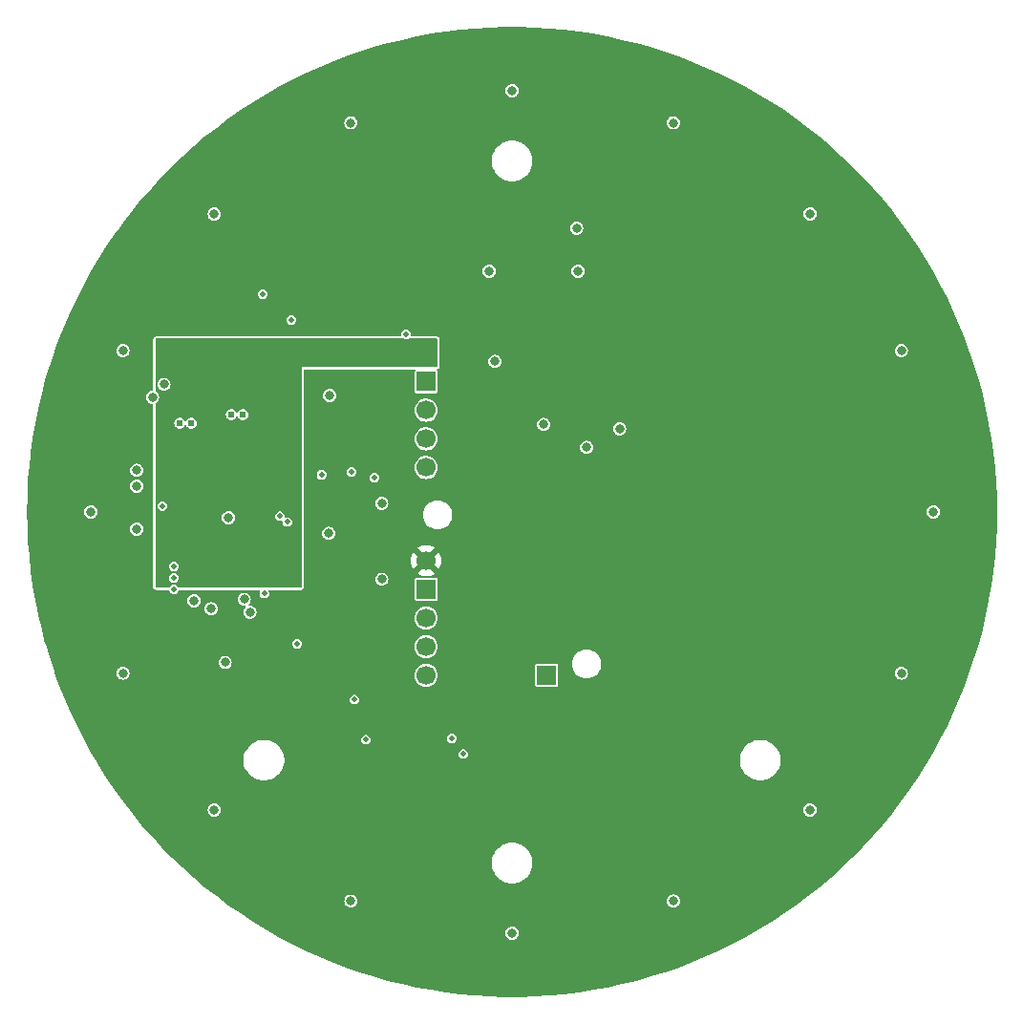
<source format=gbr>
%TF.GenerationSoftware,KiCad,Pcbnew,7.0.7*%
%TF.CreationDate,2023-08-31T16:12:03-04:00*%
%TF.ProjectId,protopico,70726f74-6f70-4696-936f-2e6b69636164,rev?*%
%TF.SameCoordinates,Original*%
%TF.FileFunction,Copper,L2,Inr*%
%TF.FilePolarity,Positive*%
%FSLAX46Y46*%
G04 Gerber Fmt 4.6, Leading zero omitted, Abs format (unit mm)*
G04 Created by KiCad (PCBNEW 7.0.7) date 2023-08-31 16:12:03*
%MOMM*%
%LPD*%
G01*
G04 APERTURE LIST*
%TA.AperFunction,ComponentPad*%
%ADD10C,1.695450*%
%TD*%
%TA.AperFunction,ComponentPad*%
%ADD11R,1.695450X1.695450*%
%TD*%
%TA.AperFunction,ViaPad*%
%ADD12C,0.812800*%
%TD*%
%TA.AperFunction,ViaPad*%
%ADD13C,0.609600*%
%TD*%
%TA.AperFunction,ViaPad*%
%ADD14C,0.500000*%
%TD*%
G04 APERTURE END LIST*
D10*
%TO.N,5V_PG*%
%TO.C,VR2*%
X142240000Y-114300000D03*
%TO.N,unconnected-(VR2-EN-Pad2)*%
X142240000Y-111760000D03*
%TO.N,+BATT*%
X142240000Y-109220000D03*
D11*
%TO.N,GND*%
X142240000Y-106680000D03*
D10*
%TO.N,+5V*%
X142240000Y-104140000D03*
D11*
%TO.N,GND*%
X152908000Y-114300000D03*
%TD*%
D10*
%TO.N,unconnected-(VR1-PG-Pad1)*%
%TO.C,VR1*%
X142240000Y-95885000D03*
%TO.N,5V_PG*%
X142240000Y-93345000D03*
%TO.N,/3V3_IN*%
X142240000Y-90805000D03*
D11*
%TO.N,GND*%
X142240000Y-88265000D03*
D10*
%TO.N,+3.3V*%
X142240000Y-85725000D03*
%TD*%
D12*
%TO.N,+5V*%
X144526000Y-111215000D03*
%TO.N,GND*%
X135571366Y-134317814D03*
X123458047Y-126223953D03*
X116586000Y-101346000D03*
X184355814Y-114110634D03*
X123458047Y-73420047D03*
X176261953Y-126223953D03*
X187198000Y-99822000D03*
X126614000Y-108712000D03*
X115364186Y-85533366D03*
X138303000Y-99060000D03*
X121666000Y-107696000D03*
X184355814Y-85533366D03*
X164148634Y-65326186D03*
D13*
X120396000Y-91948000D03*
D12*
X124414000Y-113162000D03*
X135571366Y-65326186D03*
D13*
X124968000Y-91186000D03*
X125984000Y-91186000D03*
D12*
X116586000Y-97536000D03*
D14*
X132969000Y-96520000D03*
D12*
X133604000Y-101727000D03*
X112522000Y-99822000D03*
X176276000Y-73406000D03*
X116586000Y-96139000D03*
X126111000Y-107569000D03*
X124714000Y-100330000D03*
X149860000Y-62484000D03*
X123190000Y-108402000D03*
X133693000Y-89497000D03*
X115364186Y-114110634D03*
X164148634Y-134317814D03*
X149860000Y-137160000D03*
D13*
X121412000Y-91948000D03*
D14*
%TO.N,Ring DIN*%
X135636000Y-96266000D03*
D12*
X147828000Y-78486000D03*
D14*
X140462000Y-84074000D03*
D12*
%TO.N,Ring DOUT*%
X155702000Y-78486000D03*
D14*
%TO.N,Fan Tach*%
X130810000Y-111506000D03*
%TO.N,Fan PWM*%
X127889000Y-107061000D03*
%TO.N,SDA1*%
X129286000Y-100203000D03*
%TO.N,SCL1*%
X129921000Y-100711000D03*
%TO.N,UART0 RX*%
X136906000Y-120015000D03*
%TO.N,UART0 TX*%
X135890000Y-116459000D03*
%TO.N,UART1 TX*%
X144526000Y-119888000D03*
%TO.N,UART1 RX*%
X145542000Y-121285000D03*
D12*
%TO.N,Face TX_3.3*%
X156464000Y-94107000D03*
%TO.N,Face SCK_3.3*%
X152654000Y-92075000D03*
%TO.N,Face CS_3.3*%
X159385000Y-92456000D03*
%TO.N,+5V*%
X135622860Y-111265140D03*
X154432000Y-80869000D03*
X133477000Y-118110000D03*
X165227000Y-76708000D03*
X147193000Y-74676000D03*
X143764000Y-115951000D03*
X122047000Y-83439000D03*
X139573000Y-89789000D03*
D14*
%TO.N,+3.3V*%
X124333000Y-106045000D03*
X128651000Y-96012000D03*
X124333000Y-95631000D03*
X137668000Y-96774000D03*
X121285000Y-96774000D03*
X129921000Y-101600000D03*
X127000000Y-99568000D03*
X125222000Y-102616000D03*
X118872000Y-102616000D03*
X129667000Y-97663000D03*
%TO.N,RUN*%
X130302000Y-82804000D03*
X119888000Y-104648000D03*
%TO.N,Net-(R2-Pad2)*%
X127762000Y-80518000D03*
D12*
%TO.N,+BATT*%
X148336000Y-86487000D03*
X155575000Y-74676000D03*
%TO.N,VSENSE*%
X138303000Y-105791000D03*
D14*
X118872000Y-99292000D03*
D12*
%TO.N,D-*%
X117983000Y-89662000D03*
%TO.N,D+*%
X118999000Y-88519000D03*
D14*
%TO.N,/Microcontroller/SWCLK*%
X119888000Y-106680000D03*
%TO.N,/Microcontroller/SWD*%
X119888000Y-105664000D03*
%TD*%
%TA.AperFunction,Conductor*%
%TO.N,+5V*%
G36*
X151825684Y-56887474D02*
G01*
X153134109Y-56967390D01*
X154439487Y-57087170D01*
X155740606Y-57246703D01*
X157036254Y-57445842D01*
X158325227Y-57684400D01*
X159606325Y-57962156D01*
X160878357Y-58278851D01*
X162140139Y-58634191D01*
X163390498Y-59027845D01*
X164628270Y-59459448D01*
X165852304Y-59928597D01*
X167061462Y-60434856D01*
X168254618Y-60977754D01*
X169430664Y-61556787D01*
X170588503Y-62171415D01*
X171727061Y-62821067D01*
X172845277Y-63505138D01*
X173942111Y-64222993D01*
X175016544Y-64973962D01*
X176067575Y-65757349D01*
X177094227Y-66572424D01*
X178095544Y-67418428D01*
X179070596Y-68294576D01*
X180018476Y-69200051D01*
X180938301Y-70134012D01*
X181829216Y-71095589D01*
X182690392Y-72083889D01*
X183521028Y-73097992D01*
X184320352Y-74136954D01*
X185087619Y-75199809D01*
X185822117Y-76285569D01*
X186523161Y-77393223D01*
X187190100Y-78521741D01*
X187822314Y-79670073D01*
X188419213Y-80837151D01*
X188980244Y-82021890D01*
X189504884Y-83223187D01*
X189992645Y-84439924D01*
X190443073Y-85670971D01*
X190855749Y-86915181D01*
X191230290Y-88171397D01*
X191566347Y-89438452D01*
X191863607Y-90715165D01*
X192121794Y-92000350D01*
X192340667Y-93292811D01*
X192520024Y-94591345D01*
X192659697Y-95894745D01*
X192759557Y-97201799D01*
X192819510Y-98511290D01*
X192839500Y-99822000D01*
X192819510Y-101132710D01*
X192759557Y-102442201D01*
X192659697Y-103749255D01*
X192520024Y-105052655D01*
X192340667Y-106351189D01*
X192121794Y-107643650D01*
X191863607Y-108928835D01*
X191566347Y-110205548D01*
X191230290Y-111472603D01*
X190855749Y-112728819D01*
X190443073Y-113973029D01*
X189992645Y-115204076D01*
X189504884Y-116420813D01*
X188980244Y-117622110D01*
X188419213Y-118806849D01*
X187822314Y-119973927D01*
X187190100Y-121122259D01*
X186523161Y-122250777D01*
X185822117Y-123358431D01*
X185087619Y-124444191D01*
X184320352Y-125507046D01*
X183521028Y-126546008D01*
X182690392Y-127560111D01*
X181829216Y-128548411D01*
X180938301Y-129509988D01*
X180018476Y-130443949D01*
X179070596Y-131349424D01*
X178095544Y-132225572D01*
X177094227Y-133071576D01*
X176067575Y-133886651D01*
X175016544Y-134670038D01*
X173942111Y-135421007D01*
X172845277Y-136138862D01*
X171727061Y-136822933D01*
X170588503Y-137472585D01*
X169430664Y-138087213D01*
X168254618Y-138666246D01*
X167061462Y-139209144D01*
X165852304Y-139715403D01*
X164628270Y-140184552D01*
X163390498Y-140616155D01*
X162140139Y-141009809D01*
X160878357Y-141365149D01*
X159606325Y-141681844D01*
X158325227Y-141959600D01*
X157036254Y-142198158D01*
X155740606Y-142397297D01*
X154439487Y-142556830D01*
X153134109Y-142676610D01*
X151825684Y-142756526D01*
X150515431Y-142796502D01*
X149204569Y-142796502D01*
X147894316Y-142756526D01*
X146585891Y-142676610D01*
X145280513Y-142556830D01*
X143979394Y-142397297D01*
X142683746Y-142198158D01*
X141394773Y-141959600D01*
X140113675Y-141681844D01*
X138841643Y-141365149D01*
X137579861Y-141009809D01*
X136329502Y-140616155D01*
X135091730Y-140184552D01*
X133867696Y-139715403D01*
X132658538Y-139209144D01*
X131465382Y-138666246D01*
X130289336Y-138087213D01*
X129131497Y-137472585D01*
X128583673Y-137160001D01*
X149270255Y-137160001D01*
X149290348Y-137312630D01*
X149290349Y-137312633D01*
X149290350Y-137312637D01*
X149349266Y-137454873D01*
X149442987Y-137577013D01*
X149565127Y-137670734D01*
X149707363Y-137729650D01*
X149707367Y-137729650D01*
X149707369Y-137729651D01*
X149859998Y-137749745D01*
X149860000Y-137749745D01*
X149860002Y-137749745D01*
X150012630Y-137729651D01*
X150012630Y-137729650D01*
X150012637Y-137729650D01*
X150154873Y-137670734D01*
X150277013Y-137577013D01*
X150370734Y-137454873D01*
X150429650Y-137312637D01*
X150449745Y-137160000D01*
X150429650Y-137007363D01*
X150370734Y-136865128D01*
X150277013Y-136742987D01*
X150277011Y-136742986D01*
X150277011Y-136742985D01*
X150154874Y-136649267D01*
X150154873Y-136649266D01*
X150012637Y-136590350D01*
X150012634Y-136590349D01*
X150012633Y-136590349D01*
X150012630Y-136590348D01*
X149860002Y-136570255D01*
X149859998Y-136570255D01*
X149707369Y-136590348D01*
X149707359Y-136590351D01*
X149565131Y-136649264D01*
X149442987Y-136742987D01*
X149349264Y-136865131D01*
X149290351Y-137007359D01*
X149290348Y-137007369D01*
X149270255Y-137159998D01*
X149270255Y-137160001D01*
X128583673Y-137160001D01*
X127992939Y-136822933D01*
X126874723Y-136138862D01*
X125777889Y-135421007D01*
X124703456Y-134670038D01*
X124230896Y-134317815D01*
X134981621Y-134317815D01*
X135001714Y-134470444D01*
X135001715Y-134470447D01*
X135001716Y-134470451D01*
X135060632Y-134612687D01*
X135154353Y-134734827D01*
X135276493Y-134828548D01*
X135418729Y-134887464D01*
X135418733Y-134887464D01*
X135418735Y-134887465D01*
X135571364Y-134907559D01*
X135571366Y-134907559D01*
X135571368Y-134907559D01*
X135723996Y-134887465D01*
X135723996Y-134887464D01*
X135724003Y-134887464D01*
X135866239Y-134828548D01*
X135988379Y-134734827D01*
X136082100Y-134612687D01*
X136141016Y-134470451D01*
X136161111Y-134317815D01*
X163558889Y-134317815D01*
X163578982Y-134470444D01*
X163578983Y-134470447D01*
X163578984Y-134470451D01*
X163637900Y-134612687D01*
X163731621Y-134734827D01*
X163853761Y-134828548D01*
X163995997Y-134887464D01*
X163996001Y-134887464D01*
X163996003Y-134887465D01*
X164148632Y-134907559D01*
X164148634Y-134907559D01*
X164148636Y-134907559D01*
X164301264Y-134887465D01*
X164301264Y-134887464D01*
X164301271Y-134887464D01*
X164443507Y-134828548D01*
X164565647Y-134734827D01*
X164659368Y-134612687D01*
X164718284Y-134470451D01*
X164738379Y-134317814D01*
X164718284Y-134165177D01*
X164659368Y-134022942D01*
X164565647Y-133900801D01*
X164565645Y-133900800D01*
X164565645Y-133900799D01*
X164443508Y-133807081D01*
X164443507Y-133807080D01*
X164301271Y-133748164D01*
X164301268Y-133748163D01*
X164301267Y-133748163D01*
X164301264Y-133748162D01*
X164148636Y-133728069D01*
X164148632Y-133728069D01*
X163996003Y-133748162D01*
X163995993Y-133748165D01*
X163853765Y-133807078D01*
X163731621Y-133900801D01*
X163637898Y-134022945D01*
X163578985Y-134165173D01*
X163578982Y-134165183D01*
X163558889Y-134317812D01*
X163558889Y-134317815D01*
X136161111Y-134317815D01*
X136161111Y-134317814D01*
X136141016Y-134165177D01*
X136082100Y-134022942D01*
X135988379Y-133900801D01*
X135988377Y-133900800D01*
X135988377Y-133900799D01*
X135866240Y-133807081D01*
X135866239Y-133807080D01*
X135724003Y-133748164D01*
X135724000Y-133748163D01*
X135723999Y-133748163D01*
X135723996Y-133748162D01*
X135571368Y-133728069D01*
X135571364Y-133728069D01*
X135418735Y-133748162D01*
X135418725Y-133748165D01*
X135276497Y-133807078D01*
X135154353Y-133900801D01*
X135060630Y-134022945D01*
X135001717Y-134165173D01*
X135001714Y-134165183D01*
X134981621Y-134317812D01*
X134981621Y-134317815D01*
X124230896Y-134317815D01*
X123652425Y-133886651D01*
X122625773Y-133071576D01*
X121624456Y-132225572D01*
X120649404Y-131349424D01*
X120358912Y-131071928D01*
X148059500Y-131071928D01*
X148099720Y-131338773D01*
X148099722Y-131338782D01*
X148179259Y-131596632D01*
X148179260Y-131596636D01*
X148296349Y-131839774D01*
X148448358Y-132062732D01*
X148448361Y-132062735D01*
X148448365Y-132062741D01*
X148631915Y-132260561D01*
X148631919Y-132260564D01*
X148631922Y-132260567D01*
X148842888Y-132428808D01*
X148842892Y-132428810D01*
X148842898Y-132428815D01*
X149076602Y-132563743D01*
X149327805Y-132662334D01*
X149327807Y-132662334D01*
X149327811Y-132662336D01*
X149446106Y-132689335D01*
X149590897Y-132722383D01*
X149734466Y-132733141D01*
X149792619Y-132737500D01*
X149792624Y-132737500D01*
X149927381Y-132737500D01*
X149979520Y-132733592D01*
X150129103Y-132722383D01*
X150302040Y-132682911D01*
X150392188Y-132662336D01*
X150392190Y-132662335D01*
X150392195Y-132662334D01*
X150643398Y-132563743D01*
X150877102Y-132428815D01*
X151088085Y-132260561D01*
X151271635Y-132062741D01*
X151423651Y-131839775D01*
X151540738Y-131596641D01*
X151620280Y-131338772D01*
X151660500Y-131071929D01*
X151660500Y-130802071D01*
X151620280Y-130535228D01*
X151609458Y-130500145D01*
X151540740Y-130277367D01*
X151540739Y-130277363D01*
X151540738Y-130277359D01*
X151423651Y-130034226D01*
X151367659Y-129952101D01*
X151271641Y-129811267D01*
X151271638Y-129811264D01*
X151271635Y-129811259D01*
X151088085Y-129613439D01*
X151088080Y-129613435D01*
X151088077Y-129613432D01*
X150877111Y-129445191D01*
X150877105Y-129445187D01*
X150877102Y-129445185D01*
X150643398Y-129310257D01*
X150527897Y-129264925D01*
X150392188Y-129211663D01*
X150129103Y-129151617D01*
X149927381Y-129136500D01*
X149927376Y-129136500D01*
X149792624Y-129136500D01*
X149792619Y-129136500D01*
X149590897Y-129151617D01*
X149590895Y-129151617D01*
X149327811Y-129211663D01*
X149076599Y-129310258D01*
X148842888Y-129445191D01*
X148631922Y-129613432D01*
X148631917Y-129613437D01*
X148448358Y-129811267D01*
X148296349Y-130034224D01*
X148179260Y-130277363D01*
X148179259Y-130277367D01*
X148099722Y-130535217D01*
X148099720Y-130535226D01*
X148059500Y-130802071D01*
X148059500Y-131071928D01*
X120358912Y-131071928D01*
X119701524Y-130443949D01*
X118781699Y-129509988D01*
X117890784Y-128548411D01*
X117029608Y-127560111D01*
X116198972Y-126546008D01*
X115951200Y-126223954D01*
X122868302Y-126223954D01*
X122888395Y-126376583D01*
X122888396Y-126376586D01*
X122888397Y-126376590D01*
X122947313Y-126518826D01*
X123041034Y-126640966D01*
X123163174Y-126734687D01*
X123305410Y-126793603D01*
X123305414Y-126793603D01*
X123305416Y-126793604D01*
X123458045Y-126813698D01*
X123458047Y-126813698D01*
X123458049Y-126813698D01*
X123610677Y-126793604D01*
X123610677Y-126793603D01*
X123610684Y-126793603D01*
X123752920Y-126734687D01*
X123875060Y-126640966D01*
X123968781Y-126518826D01*
X124027697Y-126376590D01*
X124047792Y-126223954D01*
X175672208Y-126223954D01*
X175692301Y-126376583D01*
X175692302Y-126376586D01*
X175692303Y-126376590D01*
X175751219Y-126518826D01*
X175844940Y-126640966D01*
X175967080Y-126734687D01*
X176109316Y-126793603D01*
X176109320Y-126793603D01*
X176109322Y-126793604D01*
X176261951Y-126813698D01*
X176261953Y-126813698D01*
X176261955Y-126813698D01*
X176414583Y-126793604D01*
X176414583Y-126793603D01*
X176414590Y-126793603D01*
X176556826Y-126734687D01*
X176678966Y-126640966D01*
X176772687Y-126518826D01*
X176831603Y-126376590D01*
X176851698Y-126223953D01*
X176831603Y-126071316D01*
X176772687Y-125929081D01*
X176678966Y-125806940D01*
X176678964Y-125806939D01*
X176678964Y-125806938D01*
X176556827Y-125713220D01*
X176556826Y-125713219D01*
X176414590Y-125654303D01*
X176414587Y-125654302D01*
X176414586Y-125654302D01*
X176414583Y-125654301D01*
X176261955Y-125634208D01*
X176261951Y-125634208D01*
X176109322Y-125654301D01*
X176109312Y-125654304D01*
X175967084Y-125713217D01*
X175844940Y-125806940D01*
X175751217Y-125929084D01*
X175692304Y-126071312D01*
X175692301Y-126071322D01*
X175672208Y-126223951D01*
X175672208Y-126223954D01*
X124047792Y-126223954D01*
X124047792Y-126223953D01*
X124027697Y-126071316D01*
X123968781Y-125929081D01*
X123875060Y-125806940D01*
X123875058Y-125806939D01*
X123875058Y-125806938D01*
X123752921Y-125713220D01*
X123752920Y-125713219D01*
X123610684Y-125654303D01*
X123610681Y-125654302D01*
X123610680Y-125654302D01*
X123610677Y-125654301D01*
X123458049Y-125634208D01*
X123458045Y-125634208D01*
X123305416Y-125654301D01*
X123305406Y-125654304D01*
X123163178Y-125713217D01*
X123041034Y-125806940D01*
X122947311Y-125929084D01*
X122888398Y-126071312D01*
X122888395Y-126071322D01*
X122868302Y-126223951D01*
X122868302Y-126223954D01*
X115951200Y-126223954D01*
X115399648Y-125507046D01*
X114632381Y-124444191D01*
X113897883Y-123358431D01*
X113196839Y-122250777D01*
X113024140Y-121958555D01*
X126057873Y-121958555D01*
X126098093Y-122225400D01*
X126098095Y-122225409D01*
X126177632Y-122483259D01*
X126177633Y-122483263D01*
X126294722Y-122726401D01*
X126446731Y-122949359D01*
X126446734Y-122949362D01*
X126446738Y-122949368D01*
X126630288Y-123147188D01*
X126630292Y-123147191D01*
X126630295Y-123147194D01*
X126841261Y-123315435D01*
X126841265Y-123315437D01*
X126841271Y-123315442D01*
X127074975Y-123450370D01*
X127326178Y-123548961D01*
X127326180Y-123548961D01*
X127326184Y-123548963D01*
X127444479Y-123575962D01*
X127589270Y-123609010D01*
X127732839Y-123619768D01*
X127790992Y-123624127D01*
X127790997Y-123624127D01*
X127925754Y-123624127D01*
X127977893Y-123620219D01*
X128127476Y-123609010D01*
X128300413Y-123569538D01*
X128390561Y-123548963D01*
X128390563Y-123548962D01*
X128390568Y-123548961D01*
X128641771Y-123450370D01*
X128875475Y-123315442D01*
X129086458Y-123147188D01*
X129270008Y-122949368D01*
X129422024Y-122726402D01*
X129539111Y-122483268D01*
X129618653Y-122225399D01*
X129658873Y-121958556D01*
X129658873Y-121958555D01*
X170061127Y-121958555D01*
X170101347Y-122225400D01*
X170101349Y-122225409D01*
X170180886Y-122483259D01*
X170180887Y-122483263D01*
X170297976Y-122726401D01*
X170449985Y-122949359D01*
X170449988Y-122949362D01*
X170449992Y-122949368D01*
X170633542Y-123147188D01*
X170633546Y-123147191D01*
X170633549Y-123147194D01*
X170844515Y-123315435D01*
X170844519Y-123315437D01*
X170844525Y-123315442D01*
X171078229Y-123450370D01*
X171329432Y-123548961D01*
X171329434Y-123548961D01*
X171329438Y-123548963D01*
X171447733Y-123575962D01*
X171592524Y-123609010D01*
X171736093Y-123619768D01*
X171794246Y-123624127D01*
X171794251Y-123624127D01*
X171929008Y-123624127D01*
X171981147Y-123620219D01*
X172130730Y-123609010D01*
X172303667Y-123569538D01*
X172393815Y-123548963D01*
X172393817Y-123548962D01*
X172393822Y-123548961D01*
X172645025Y-123450370D01*
X172878729Y-123315442D01*
X173089712Y-123147188D01*
X173273262Y-122949368D01*
X173425278Y-122726402D01*
X173542365Y-122483268D01*
X173621907Y-122225399D01*
X173662127Y-121958556D01*
X173662127Y-121688698D01*
X173621907Y-121421855D01*
X173617296Y-121406908D01*
X173579693Y-121285000D01*
X173542365Y-121163986D01*
X173425278Y-120920853D01*
X173369286Y-120838728D01*
X173273268Y-120697894D01*
X173273265Y-120697891D01*
X173273262Y-120697886D01*
X173089712Y-120500066D01*
X173089707Y-120500062D01*
X173089704Y-120500059D01*
X172878738Y-120331818D01*
X172878732Y-120331814D01*
X172878729Y-120331812D01*
X172645025Y-120196884D01*
X172529524Y-120151552D01*
X172393815Y-120098290D01*
X172130730Y-120038244D01*
X171929008Y-120023127D01*
X171929003Y-120023127D01*
X171794251Y-120023127D01*
X171794246Y-120023127D01*
X171592524Y-120038244D01*
X171592522Y-120038244D01*
X171329438Y-120098290D01*
X171078226Y-120196885D01*
X170844515Y-120331818D01*
X170633549Y-120500059D01*
X170633544Y-120500064D01*
X170449985Y-120697894D01*
X170297976Y-120920851D01*
X170180887Y-121163990D01*
X170180886Y-121163994D01*
X170101349Y-121421844D01*
X170101347Y-121421853D01*
X170061127Y-121688698D01*
X170061127Y-121958555D01*
X129658873Y-121958555D01*
X129658873Y-121688698D01*
X129618653Y-121421855D01*
X129614042Y-121406908D01*
X129576439Y-121285000D01*
X129576439Y-121284999D01*
X145109296Y-121284999D01*
X145126823Y-121406905D01*
X145126824Y-121406908D01*
X145133650Y-121421855D01*
X145177986Y-121518937D01*
X145177988Y-121518939D01*
X145258639Y-121612016D01*
X145258640Y-121612017D01*
X145362243Y-121678598D01*
X145362248Y-121678601D01*
X145441029Y-121701733D01*
X145480419Y-121713300D01*
X145480420Y-121713300D01*
X145603580Y-121713300D01*
X145721752Y-121678601D01*
X145825361Y-121612016D01*
X145906014Y-121518937D01*
X145957176Y-121406907D01*
X145974704Y-121285000D01*
X145957176Y-121163093D01*
X145906014Y-121051063D01*
X145825361Y-120957984D01*
X145825360Y-120957983D01*
X145825359Y-120957982D01*
X145721756Y-120891401D01*
X145721753Y-120891399D01*
X145721752Y-120891399D01*
X145721749Y-120891398D01*
X145603581Y-120856700D01*
X145603580Y-120856700D01*
X145480420Y-120856700D01*
X145480419Y-120856700D01*
X145362250Y-120891398D01*
X145362243Y-120891401D01*
X145258640Y-120957982D01*
X145258639Y-120957983D01*
X145177988Y-121051060D01*
X145177985Y-121051065D01*
X145126824Y-121163091D01*
X145126823Y-121163094D01*
X145109296Y-121284999D01*
X129576439Y-121284999D01*
X129539111Y-121163986D01*
X129422024Y-120920853D01*
X129366032Y-120838728D01*
X129270014Y-120697894D01*
X129270011Y-120697891D01*
X129270008Y-120697886D01*
X129086458Y-120500066D01*
X129086453Y-120500062D01*
X129086450Y-120500059D01*
X128875484Y-120331818D01*
X128875478Y-120331814D01*
X128875475Y-120331812D01*
X128641771Y-120196884D01*
X128526270Y-120151552D01*
X128390561Y-120098290D01*
X128127476Y-120038244D01*
X127925754Y-120023127D01*
X127925749Y-120023127D01*
X127790997Y-120023127D01*
X127790992Y-120023127D01*
X127589270Y-120038244D01*
X127589268Y-120038244D01*
X127326184Y-120098290D01*
X127074972Y-120196885D01*
X126841261Y-120331818D01*
X126630295Y-120500059D01*
X126630290Y-120500064D01*
X126446731Y-120697894D01*
X126294722Y-120920851D01*
X126177633Y-121163990D01*
X126177632Y-121163994D01*
X126098095Y-121421844D01*
X126098093Y-121421853D01*
X126057873Y-121688698D01*
X126057873Y-121958555D01*
X113024140Y-121958555D01*
X112529900Y-121122259D01*
X111920299Y-120015000D01*
X136473296Y-120015000D01*
X136490823Y-120136905D01*
X136490824Y-120136907D01*
X136541986Y-120248937D01*
X136600356Y-120316300D01*
X136622639Y-120342016D01*
X136622640Y-120342017D01*
X136726243Y-120408598D01*
X136726248Y-120408601D01*
X136805029Y-120431733D01*
X136844419Y-120443300D01*
X136844420Y-120443300D01*
X136967580Y-120443300D01*
X137085752Y-120408601D01*
X137189361Y-120342016D01*
X137270014Y-120248937D01*
X137321176Y-120136907D01*
X137338704Y-120015000D01*
X137321176Y-119893093D01*
X137318850Y-119888000D01*
X144093296Y-119888000D01*
X144110823Y-120009905D01*
X144110824Y-120009908D01*
X144116861Y-120023127D01*
X144161986Y-120121937D01*
X144242639Y-120215015D01*
X144242639Y-120215016D01*
X144242640Y-120215017D01*
X144346243Y-120281598D01*
X144346248Y-120281601D01*
X144425029Y-120304733D01*
X144464419Y-120316300D01*
X144464420Y-120316300D01*
X144587580Y-120316300D01*
X144705752Y-120281601D01*
X144809361Y-120215016D01*
X144890014Y-120121937D01*
X144941176Y-120009907D01*
X144958704Y-119888000D01*
X144941176Y-119766093D01*
X144890014Y-119654063D01*
X144809361Y-119560984D01*
X144809360Y-119560983D01*
X144809359Y-119560982D01*
X144705756Y-119494401D01*
X144705753Y-119494399D01*
X144705752Y-119494399D01*
X144705749Y-119494398D01*
X144587581Y-119459700D01*
X144587580Y-119459700D01*
X144464420Y-119459700D01*
X144464419Y-119459700D01*
X144346250Y-119494398D01*
X144346243Y-119494401D01*
X144242640Y-119560982D01*
X144242639Y-119560983D01*
X144161988Y-119654060D01*
X144161985Y-119654065D01*
X144110824Y-119766091D01*
X144110823Y-119766094D01*
X144093296Y-119888000D01*
X137318850Y-119888000D01*
X137270014Y-119781063D01*
X137189361Y-119687984D01*
X137189360Y-119687983D01*
X137189359Y-119687982D01*
X137085756Y-119621401D01*
X137085753Y-119621399D01*
X137085752Y-119621399D01*
X137085749Y-119621398D01*
X136967581Y-119586700D01*
X136967580Y-119586700D01*
X136844420Y-119586700D01*
X136844419Y-119586700D01*
X136726250Y-119621398D01*
X136726243Y-119621401D01*
X136622640Y-119687982D01*
X136622639Y-119687983D01*
X136541988Y-119781060D01*
X136541985Y-119781065D01*
X136490824Y-119893091D01*
X136490823Y-119893094D01*
X136473296Y-120015000D01*
X111920299Y-120015000D01*
X111897686Y-119973927D01*
X111300787Y-118806849D01*
X110739756Y-117622110D01*
X110231793Y-116459000D01*
X135457296Y-116459000D01*
X135474823Y-116580905D01*
X135474824Y-116580907D01*
X135525986Y-116692937D01*
X135525988Y-116692939D01*
X135606639Y-116786016D01*
X135606640Y-116786017D01*
X135710243Y-116852598D01*
X135710248Y-116852601D01*
X135789029Y-116875733D01*
X135828419Y-116887300D01*
X135828420Y-116887300D01*
X135951580Y-116887300D01*
X136069752Y-116852601D01*
X136173361Y-116786016D01*
X136254014Y-116692937D01*
X136305176Y-116580907D01*
X136322704Y-116459000D01*
X136305176Y-116337093D01*
X136254014Y-116225063D01*
X136173361Y-116131984D01*
X136173360Y-116131983D01*
X136173359Y-116131982D01*
X136069756Y-116065401D01*
X136069753Y-116065399D01*
X136069752Y-116065399D01*
X136069749Y-116065398D01*
X135951581Y-116030700D01*
X135951580Y-116030700D01*
X135828420Y-116030700D01*
X135828419Y-116030700D01*
X135710250Y-116065398D01*
X135710243Y-116065401D01*
X135606640Y-116131982D01*
X135606639Y-116131983D01*
X135525988Y-116225060D01*
X135525985Y-116225065D01*
X135474824Y-116337091D01*
X135474823Y-116337094D01*
X135457296Y-116459000D01*
X110231793Y-116459000D01*
X110215116Y-116420813D01*
X109727355Y-115204076D01*
X109327276Y-114110635D01*
X114774441Y-114110635D01*
X114794534Y-114263264D01*
X114794535Y-114263267D01*
X114794536Y-114263271D01*
X114853452Y-114405507D01*
X114947173Y-114527647D01*
X115069313Y-114621368D01*
X115211549Y-114680284D01*
X115211553Y-114680284D01*
X115211555Y-114680285D01*
X115364184Y-114700379D01*
X115364186Y-114700379D01*
X115364188Y-114700379D01*
X115516816Y-114680285D01*
X115516816Y-114680284D01*
X115516823Y-114680284D01*
X115659059Y-114621368D01*
X115781199Y-114527647D01*
X115874920Y-114405507D01*
X115918622Y-114300000D01*
X141209011Y-114300000D01*
X141228820Y-114501134D01*
X141236863Y-114527647D01*
X141287490Y-114694542D01*
X141287491Y-114694543D01*
X141382760Y-114872781D01*
X141382764Y-114872787D01*
X141510981Y-115029019D01*
X141667213Y-115157236D01*
X141667215Y-115157237D01*
X141667218Y-115157239D01*
X141682273Y-115165286D01*
X141845458Y-115252510D01*
X142038864Y-115311179D01*
X142240000Y-115330989D01*
X142441136Y-115311179D01*
X142634542Y-115252510D01*
X142797732Y-115165283D01*
X151881975Y-115165283D01*
X151881976Y-115165287D01*
X151892319Y-115217292D01*
X151892320Y-115217294D01*
X151931728Y-115276272D01*
X151975859Y-115305760D01*
X151990704Y-115315679D01*
X151990706Y-115315680D01*
X152042714Y-115326025D01*
X153773285Y-115326024D01*
X153825294Y-115315680D01*
X153884272Y-115276272D01*
X153923680Y-115217294D01*
X153934025Y-115165286D01*
X153934024Y-113434715D01*
X153923680Y-113382706D01*
X153884272Y-113323728D01*
X153854783Y-113304024D01*
X153825295Y-113284320D01*
X153825293Y-113284319D01*
X153823699Y-113284002D01*
X155166362Y-113284002D01*
X155186075Y-113509328D01*
X155186078Y-113509344D01*
X155244617Y-113727814D01*
X155244618Y-113727816D01*
X155340212Y-113932818D01*
X155469952Y-114118107D01*
X155629892Y-114278047D01*
X155697301Y-114325247D01*
X155815181Y-114407787D01*
X155815180Y-114407787D01*
X155917681Y-114455584D01*
X156020182Y-114503381D01*
X156020184Y-114503381D01*
X156020185Y-114503382D01*
X156238655Y-114561921D01*
X156238661Y-114561922D01*
X156238668Y-114561924D01*
X156373867Y-114573752D01*
X156463998Y-114581638D01*
X156464000Y-114581638D01*
X156464002Y-114581638D01*
X156539110Y-114575066D01*
X156689332Y-114561924D01*
X156689341Y-114561921D01*
X156689344Y-114561921D01*
X156907814Y-114503382D01*
X156907813Y-114503382D01*
X156907818Y-114503381D01*
X157112819Y-114407787D01*
X157298106Y-114278048D01*
X157458048Y-114118106D01*
X157463279Y-114110635D01*
X183766069Y-114110635D01*
X183786162Y-114263264D01*
X183786163Y-114263267D01*
X183786164Y-114263271D01*
X183845080Y-114405507D01*
X183938801Y-114527647D01*
X184060941Y-114621368D01*
X184203177Y-114680284D01*
X184203181Y-114680284D01*
X184203183Y-114680285D01*
X184355812Y-114700379D01*
X184355814Y-114700379D01*
X184355816Y-114700379D01*
X184508444Y-114680285D01*
X184508444Y-114680284D01*
X184508451Y-114680284D01*
X184650687Y-114621368D01*
X184772827Y-114527647D01*
X184866548Y-114405507D01*
X184925464Y-114263271D01*
X184945559Y-114110634D01*
X184944009Y-114098864D01*
X184925465Y-113958003D01*
X184925464Y-113958001D01*
X184925464Y-113957997D01*
X184866548Y-113815762D01*
X184772827Y-113693621D01*
X184772825Y-113693620D01*
X184772825Y-113693619D01*
X184650688Y-113599901D01*
X184650687Y-113599900D01*
X184508451Y-113540984D01*
X184508448Y-113540983D01*
X184508447Y-113540983D01*
X184508444Y-113540982D01*
X184355816Y-113520889D01*
X184355812Y-113520889D01*
X184203183Y-113540982D01*
X184203173Y-113540985D01*
X184060945Y-113599898D01*
X184060942Y-113599899D01*
X184060942Y-113599900D01*
X183938801Y-113693621D01*
X183894202Y-113751745D01*
X183845078Y-113815765D01*
X183786165Y-113957993D01*
X183786162Y-113958003D01*
X183766069Y-114110632D01*
X183766069Y-114110635D01*
X157463279Y-114110635D01*
X157587787Y-113932819D01*
X157683381Y-113727818D01*
X157717656Y-113599901D01*
X157741921Y-113509344D01*
X157741921Y-113509341D01*
X157741924Y-113509332D01*
X157761638Y-113284000D01*
X157741924Y-113058668D01*
X157728714Y-113009369D01*
X157683382Y-112840185D01*
X157683381Y-112840183D01*
X157660441Y-112790989D01*
X157587787Y-112635181D01*
X157557797Y-112592351D01*
X157458047Y-112449892D01*
X157298107Y-112289952D01*
X157180226Y-112207412D01*
X157112819Y-112160213D01*
X157112817Y-112160212D01*
X157112819Y-112160212D01*
X156907816Y-112064618D01*
X156907814Y-112064617D01*
X156689344Y-112006078D01*
X156689328Y-112006075D01*
X156464002Y-111986362D01*
X156463998Y-111986362D01*
X156238671Y-112006075D01*
X156238655Y-112006078D01*
X156020185Y-112064617D01*
X156020183Y-112064618D01*
X155815181Y-112160212D01*
X155629892Y-112289952D01*
X155469952Y-112449892D01*
X155340212Y-112635181D01*
X155244618Y-112840183D01*
X155244617Y-112840185D01*
X155186078Y-113058655D01*
X155186075Y-113058671D01*
X155166362Y-113283997D01*
X155166362Y-113284002D01*
X153823699Y-113284002D01*
X153773286Y-113273975D01*
X152042716Y-113273975D01*
X152042712Y-113273976D01*
X151990707Y-113284319D01*
X151990703Y-113284321D01*
X151931728Y-113323728D01*
X151892320Y-113382704D01*
X151892319Y-113382706D01*
X151881975Y-113434713D01*
X151881975Y-115165283D01*
X142797732Y-115165283D01*
X142812787Y-115157236D01*
X142969019Y-115029019D01*
X143097236Y-114872787D01*
X143192510Y-114694542D01*
X143251179Y-114501136D01*
X143270989Y-114300000D01*
X143251179Y-114098864D01*
X143192510Y-113905458D01*
X143099608Y-113731650D01*
X143097239Y-113727218D01*
X143097235Y-113727212D01*
X142969019Y-113570981D01*
X142812787Y-113442764D01*
X142812781Y-113442760D01*
X142700421Y-113382703D01*
X142634542Y-113347490D01*
X142510924Y-113309991D01*
X142441134Y-113288820D01*
X142240000Y-113269011D01*
X142038865Y-113288820D01*
X141923791Y-113323728D01*
X141845458Y-113347490D01*
X141845456Y-113347490D01*
X141845456Y-113347491D01*
X141667218Y-113442760D01*
X141667212Y-113442764D01*
X141510981Y-113570981D01*
X141382764Y-113727212D01*
X141382760Y-113727218D01*
X141287491Y-113905456D01*
X141287490Y-113905458D01*
X141271551Y-113958003D01*
X141228820Y-114098865D01*
X141209011Y-114299999D01*
X141209011Y-114300000D01*
X115918622Y-114300000D01*
X115933836Y-114263271D01*
X115953931Y-114110634D01*
X115952381Y-114098864D01*
X115933837Y-113958003D01*
X115933836Y-113958001D01*
X115933836Y-113957997D01*
X115874920Y-113815762D01*
X115781199Y-113693621D01*
X115781197Y-113693620D01*
X115781197Y-113693619D01*
X115659060Y-113599901D01*
X115659059Y-113599900D01*
X115516823Y-113540984D01*
X115516820Y-113540983D01*
X115516819Y-113540983D01*
X115516816Y-113540982D01*
X115364188Y-113520889D01*
X115364184Y-113520889D01*
X115211555Y-113540982D01*
X115211545Y-113540985D01*
X115069317Y-113599898D01*
X115069314Y-113599899D01*
X115069314Y-113599900D01*
X114947173Y-113693621D01*
X114902574Y-113751745D01*
X114853450Y-113815765D01*
X114794537Y-113957993D01*
X114794534Y-113958003D01*
X114774441Y-114110632D01*
X114774441Y-114110635D01*
X109327276Y-114110635D01*
X109276927Y-113973029D01*
X109007928Y-113162001D01*
X123824255Y-113162001D01*
X123844348Y-113314630D01*
X123844349Y-113314633D01*
X123844350Y-113314637D01*
X123903266Y-113456873D01*
X123996987Y-113579013D01*
X124119127Y-113672734D01*
X124261363Y-113731650D01*
X124261367Y-113731650D01*
X124261369Y-113731651D01*
X124413998Y-113751745D01*
X124414000Y-113751745D01*
X124414002Y-113751745D01*
X124566630Y-113731651D01*
X124566630Y-113731650D01*
X124566637Y-113731650D01*
X124708873Y-113672734D01*
X124831013Y-113579013D01*
X124924734Y-113456873D01*
X124983650Y-113314637D01*
X124987641Y-113284320D01*
X125003745Y-113162001D01*
X125003745Y-113161998D01*
X124983651Y-113009369D01*
X124983650Y-113009367D01*
X124983650Y-113009363D01*
X124924734Y-112867128D01*
X124831013Y-112744987D01*
X124831011Y-112744986D01*
X124831011Y-112744985D01*
X124708874Y-112651267D01*
X124708873Y-112651266D01*
X124566637Y-112592350D01*
X124566634Y-112592349D01*
X124566633Y-112592349D01*
X124566630Y-112592348D01*
X124414002Y-112572255D01*
X124413998Y-112572255D01*
X124261369Y-112592348D01*
X124261359Y-112592351D01*
X124119131Y-112651264D01*
X124119128Y-112651265D01*
X124119128Y-112651266D01*
X123996987Y-112744987D01*
X123923942Y-112840183D01*
X123903264Y-112867131D01*
X123844351Y-113009359D01*
X123844348Y-113009369D01*
X123824255Y-113161998D01*
X123824255Y-113162001D01*
X109007928Y-113162001D01*
X108864251Y-112728819D01*
X108499667Y-111505999D01*
X130377296Y-111505999D01*
X130394823Y-111627905D01*
X130394824Y-111627907D01*
X130445986Y-111739937D01*
X130445988Y-111739939D01*
X130526639Y-111833016D01*
X130526640Y-111833017D01*
X130630243Y-111899598D01*
X130630248Y-111899601D01*
X130709029Y-111922733D01*
X130748419Y-111934300D01*
X130748420Y-111934300D01*
X130871580Y-111934300D01*
X130989752Y-111899601D01*
X131093361Y-111833016D01*
X131156629Y-111760000D01*
X141209011Y-111760000D01*
X141228820Y-111961134D01*
X141228821Y-111961136D01*
X141287490Y-112154542D01*
X141322730Y-112220473D01*
X141382760Y-112332781D01*
X141382764Y-112332787D01*
X141510981Y-112489019D01*
X141667213Y-112617236D01*
X141667215Y-112617237D01*
X141667218Y-112617239D01*
X141674887Y-112621338D01*
X141845458Y-112712510D01*
X142038864Y-112771179D01*
X142240000Y-112790989D01*
X142441136Y-112771179D01*
X142634542Y-112712510D01*
X142812787Y-112617236D01*
X142969019Y-112489019D01*
X143097236Y-112332787D01*
X143192510Y-112154542D01*
X143251179Y-111961136D01*
X143270989Y-111760000D01*
X143251179Y-111558864D01*
X143192510Y-111365458D01*
X143097236Y-111187213D01*
X142969019Y-111030981D01*
X142812787Y-110902764D01*
X142812781Y-110902760D01*
X142700473Y-110842730D01*
X142634542Y-110807490D01*
X142510924Y-110769991D01*
X142441134Y-110748820D01*
X142240000Y-110729011D01*
X142038865Y-110748820D01*
X141915246Y-110786319D01*
X141845458Y-110807490D01*
X141845456Y-110807490D01*
X141845456Y-110807491D01*
X141667218Y-110902760D01*
X141667212Y-110902764D01*
X141510981Y-111030981D01*
X141382764Y-111187212D01*
X141382760Y-111187218D01*
X141287491Y-111365456D01*
X141228820Y-111558865D01*
X141209011Y-111759999D01*
X141209011Y-111760000D01*
X131156629Y-111760000D01*
X131174014Y-111739937D01*
X131225176Y-111627907D01*
X131242704Y-111506000D01*
X131225176Y-111384093D01*
X131174014Y-111272063D01*
X131093361Y-111178984D01*
X131093360Y-111178983D01*
X131093359Y-111178982D01*
X130989756Y-111112401D01*
X130989753Y-111112399D01*
X130989752Y-111112399D01*
X130989749Y-111112398D01*
X130871581Y-111077700D01*
X130871580Y-111077700D01*
X130748420Y-111077700D01*
X130748419Y-111077700D01*
X130630250Y-111112398D01*
X130630243Y-111112401D01*
X130526640Y-111178982D01*
X130526639Y-111178983D01*
X130445988Y-111272060D01*
X130445985Y-111272065D01*
X130394824Y-111384091D01*
X130394823Y-111384094D01*
X130377296Y-111505999D01*
X108499667Y-111505999D01*
X108489710Y-111472603D01*
X108153653Y-110205548D01*
X107856393Y-108928835D01*
X107750555Y-108402001D01*
X122600255Y-108402001D01*
X122620348Y-108554630D01*
X122620349Y-108554633D01*
X122620350Y-108554637D01*
X122679266Y-108696873D01*
X122772987Y-108819013D01*
X122895127Y-108912734D01*
X123037363Y-108971650D01*
X123037367Y-108971650D01*
X123037369Y-108971651D01*
X123189998Y-108991745D01*
X123190000Y-108991745D01*
X123190002Y-108991745D01*
X123342630Y-108971651D01*
X123342630Y-108971650D01*
X123342637Y-108971650D01*
X123484873Y-108912734D01*
X123607013Y-108819013D01*
X123700734Y-108696873D01*
X123759650Y-108554637D01*
X123759651Y-108554630D01*
X123779745Y-108402001D01*
X123779745Y-108401998D01*
X123759651Y-108249369D01*
X123759650Y-108249367D01*
X123759650Y-108249363D01*
X123700734Y-108107128D01*
X123607013Y-107984987D01*
X123607011Y-107984986D01*
X123607011Y-107984985D01*
X123484874Y-107891267D01*
X123484873Y-107891266D01*
X123342637Y-107832350D01*
X123342634Y-107832349D01*
X123342633Y-107832349D01*
X123342630Y-107832348D01*
X123190002Y-107812255D01*
X123189998Y-107812255D01*
X123037369Y-107832348D01*
X123037359Y-107832351D01*
X122895131Y-107891264D01*
X122895128Y-107891265D01*
X122895128Y-107891266D01*
X122772987Y-107984987D01*
X122700173Y-108079882D01*
X122679264Y-108107131D01*
X122620351Y-108249359D01*
X122620348Y-108249369D01*
X122600255Y-108401998D01*
X122600255Y-108402001D01*
X107750555Y-108402001D01*
X107608723Y-107696001D01*
X121076255Y-107696001D01*
X121096348Y-107848630D01*
X121096349Y-107848633D01*
X121096350Y-107848637D01*
X121155266Y-107990873D01*
X121248987Y-108113013D01*
X121371127Y-108206734D01*
X121513363Y-108265650D01*
X121513367Y-108265650D01*
X121513369Y-108265651D01*
X121665998Y-108285745D01*
X121666000Y-108285745D01*
X121666002Y-108285745D01*
X121818630Y-108265651D01*
X121818630Y-108265650D01*
X121818637Y-108265650D01*
X121960873Y-108206734D01*
X122083013Y-108113013D01*
X122176734Y-107990873D01*
X122235650Y-107848637D01*
X122237794Y-107832349D01*
X122255745Y-107696001D01*
X122255745Y-107695998D01*
X122239026Y-107569001D01*
X125521255Y-107569001D01*
X125541348Y-107721630D01*
X125541349Y-107721633D01*
X125541350Y-107721637D01*
X125600266Y-107863873D01*
X125693987Y-107986013D01*
X125816127Y-108079734D01*
X125958363Y-108138650D01*
X125958367Y-108138650D01*
X125958369Y-108138651D01*
X126110998Y-108158745D01*
X126111000Y-108158745D01*
X126111002Y-108158745D01*
X126197865Y-108147309D01*
X126244070Y-108159689D01*
X126267988Y-108201116D01*
X126255608Y-108247321D01*
X126244072Y-108258857D01*
X126235220Y-108265650D01*
X126196985Y-108294988D01*
X126103264Y-108417131D01*
X126044351Y-108559359D01*
X126044348Y-108559369D01*
X126024255Y-108711998D01*
X126024255Y-108712001D01*
X126044348Y-108864630D01*
X126044349Y-108864633D01*
X126044350Y-108864637D01*
X126103266Y-109006873D01*
X126196987Y-109129013D01*
X126319127Y-109222734D01*
X126461363Y-109281650D01*
X126461367Y-109281650D01*
X126461369Y-109281651D01*
X126613998Y-109301745D01*
X126614000Y-109301745D01*
X126614002Y-109301745D01*
X126766630Y-109281651D01*
X126766630Y-109281650D01*
X126766637Y-109281650D01*
X126908873Y-109222734D01*
X126912436Y-109220000D01*
X141209011Y-109220000D01*
X141228820Y-109421134D01*
X141228821Y-109421136D01*
X141287490Y-109614542D01*
X141287491Y-109614543D01*
X141382760Y-109792781D01*
X141382764Y-109792787D01*
X141510981Y-109949019D01*
X141667213Y-110077236D01*
X141667215Y-110077237D01*
X141667218Y-110077239D01*
X141713595Y-110102028D01*
X141845458Y-110172510D01*
X142038864Y-110231179D01*
X142240000Y-110250989D01*
X142441136Y-110231179D01*
X142634542Y-110172510D01*
X142812787Y-110077236D01*
X142969019Y-109949019D01*
X143097236Y-109792787D01*
X143192510Y-109614542D01*
X143251179Y-109421136D01*
X143270989Y-109220000D01*
X143251179Y-109018864D01*
X143192510Y-108825458D01*
X143097236Y-108647213D01*
X142969019Y-108490981D01*
X142812787Y-108362764D01*
X142812781Y-108362760D01*
X142685981Y-108294985D01*
X142634542Y-108267490D01*
X142510924Y-108229991D01*
X142441134Y-108208820D01*
X142240000Y-108189011D01*
X142038865Y-108208820D01*
X141915246Y-108246319D01*
X141845458Y-108267490D01*
X141845456Y-108267490D01*
X141845456Y-108267491D01*
X141667218Y-108362760D01*
X141667212Y-108362764D01*
X141510981Y-108490981D01*
X141382764Y-108647212D01*
X141382760Y-108647218D01*
X141290935Y-108819012D01*
X141287490Y-108825458D01*
X141275605Y-108864637D01*
X141228820Y-109018865D01*
X141209011Y-109219999D01*
X141209011Y-109220000D01*
X126912436Y-109220000D01*
X127031013Y-109129013D01*
X127124734Y-109006873D01*
X127183650Y-108864637D01*
X127203745Y-108712000D01*
X127201753Y-108696873D01*
X127183651Y-108559369D01*
X127183650Y-108559367D01*
X127183650Y-108559363D01*
X127124734Y-108417128D01*
X127031013Y-108294987D01*
X127031011Y-108294986D01*
X127031011Y-108294985D01*
X126918719Y-108208821D01*
X126908873Y-108201266D01*
X126766637Y-108142350D01*
X126766634Y-108142349D01*
X126766633Y-108142349D01*
X126766630Y-108142348D01*
X126614002Y-108122255D01*
X126613997Y-108122255D01*
X126527134Y-108133690D01*
X126480929Y-108121309D01*
X126457012Y-108079882D01*
X126469393Y-108033677D01*
X126480925Y-108022144D01*
X126528013Y-107986013D01*
X126621734Y-107863873D01*
X126680650Y-107721637D01*
X126682705Y-107706025D01*
X126700745Y-107569001D01*
X126700745Y-107568998D01*
X126697623Y-107545283D01*
X141213975Y-107545283D01*
X141213976Y-107545287D01*
X141224319Y-107597292D01*
X141224320Y-107597294D01*
X141263728Y-107656272D01*
X141307859Y-107685760D01*
X141322704Y-107695679D01*
X141322706Y-107695680D01*
X141374714Y-107706025D01*
X143105285Y-107706024D01*
X143157294Y-107695680D01*
X143216272Y-107656272D01*
X143255680Y-107597294D01*
X143266025Y-107545286D01*
X143266024Y-105814715D01*
X143255680Y-105762706D01*
X143216272Y-105703728D01*
X143186783Y-105684024D01*
X143157295Y-105664320D01*
X143157293Y-105664319D01*
X143105286Y-105653975D01*
X141374716Y-105653975D01*
X141374712Y-105653976D01*
X141322707Y-105664319D01*
X141322703Y-105664321D01*
X141263728Y-105703728D01*
X141224320Y-105762704D01*
X141224319Y-105762706D01*
X141213975Y-105814713D01*
X141213975Y-107545283D01*
X126697623Y-107545283D01*
X126680651Y-107416369D01*
X126680650Y-107416367D01*
X126680650Y-107416363D01*
X126621734Y-107274128D01*
X126528013Y-107151987D01*
X126528011Y-107151986D01*
X126528011Y-107151985D01*
X126405874Y-107058267D01*
X126405873Y-107058266D01*
X126263637Y-106999350D01*
X126263634Y-106999349D01*
X126263633Y-106999349D01*
X126263630Y-106999348D01*
X126111002Y-106979255D01*
X126110998Y-106979255D01*
X125958369Y-106999348D01*
X125958359Y-106999351D01*
X125816131Y-107058264D01*
X125816128Y-107058265D01*
X125816128Y-107058266D01*
X125693987Y-107151987D01*
X125668452Y-107185266D01*
X125600264Y-107274131D01*
X125541351Y-107416359D01*
X125541348Y-107416369D01*
X125521255Y-107568998D01*
X125521255Y-107569001D01*
X122239026Y-107569001D01*
X122235651Y-107543369D01*
X122235650Y-107543367D01*
X122235650Y-107543363D01*
X122176734Y-107401128D01*
X122083013Y-107278987D01*
X122083011Y-107278986D01*
X122083011Y-107278985D01*
X121960874Y-107185267D01*
X121960873Y-107185266D01*
X121818637Y-107126350D01*
X121818634Y-107126349D01*
X121818633Y-107126349D01*
X121818630Y-107126348D01*
X121666002Y-107106255D01*
X121665998Y-107106255D01*
X121513369Y-107126348D01*
X121513359Y-107126351D01*
X121371131Y-107185264D01*
X121371128Y-107185265D01*
X121371128Y-107185266D01*
X121248987Y-107278987D01*
X121165327Y-107388017D01*
X121155264Y-107401131D01*
X121096351Y-107543359D01*
X121096348Y-107543369D01*
X121076255Y-107695998D01*
X121076255Y-107696001D01*
X107608723Y-107696001D01*
X107598206Y-107643650D01*
X107379333Y-106351189D01*
X107199976Y-105052655D01*
X107060303Y-103749255D01*
X106960443Y-102442201D01*
X106910255Y-101346001D01*
X115996255Y-101346001D01*
X116016348Y-101498630D01*
X116016349Y-101498633D01*
X116016350Y-101498637D01*
X116075266Y-101640873D01*
X116168987Y-101763013D01*
X116291127Y-101856734D01*
X116433363Y-101915650D01*
X116433367Y-101915650D01*
X116433369Y-101915651D01*
X116585998Y-101935745D01*
X116586000Y-101935745D01*
X116586002Y-101935745D01*
X116738630Y-101915651D01*
X116738630Y-101915650D01*
X116738637Y-101915650D01*
X116880873Y-101856734D01*
X117003013Y-101763013D01*
X117096734Y-101640873D01*
X117155650Y-101498637D01*
X117164406Y-101432128D01*
X117175745Y-101346001D01*
X117175745Y-101345998D01*
X117155651Y-101193369D01*
X117155650Y-101193367D01*
X117155650Y-101193363D01*
X117096734Y-101051128D01*
X117003013Y-100928987D01*
X117003011Y-100928986D01*
X117003011Y-100928985D01*
X116921586Y-100866506D01*
X116880873Y-100835266D01*
X116738637Y-100776350D01*
X116738634Y-100776349D01*
X116738633Y-100776349D01*
X116738630Y-100776348D01*
X116586002Y-100756255D01*
X116585998Y-100756255D01*
X116433369Y-100776348D01*
X116433359Y-100776351D01*
X116291131Y-100835264D01*
X116291128Y-100835265D01*
X116291128Y-100835266D01*
X116193592Y-100910107D01*
X116168987Y-100928987D01*
X116075264Y-101051131D01*
X116016351Y-101193359D01*
X116016348Y-101193369D01*
X115996255Y-101345998D01*
X115996255Y-101346001D01*
X106910255Y-101346001D01*
X106900490Y-101132710D01*
X106880500Y-99822000D01*
X111932255Y-99822000D01*
X111952348Y-99974630D01*
X111952349Y-99974633D01*
X111952350Y-99974637D01*
X112011266Y-100116873D01*
X112104987Y-100239013D01*
X112227127Y-100332734D01*
X112369363Y-100391650D01*
X112369367Y-100391650D01*
X112369369Y-100391651D01*
X112521998Y-100411745D01*
X112522000Y-100411745D01*
X112522002Y-100411745D01*
X112674630Y-100391651D01*
X112674630Y-100391650D01*
X112674637Y-100391650D01*
X112816873Y-100332734D01*
X112939013Y-100239013D01*
X113032734Y-100116873D01*
X113091650Y-99974637D01*
X113111745Y-99822000D01*
X113091650Y-99669363D01*
X113032734Y-99527128D01*
X112939013Y-99404987D01*
X112939011Y-99404986D01*
X112939011Y-99404985D01*
X112816874Y-99311267D01*
X112816873Y-99311266D01*
X112674637Y-99252350D01*
X112674634Y-99252349D01*
X112674633Y-99252349D01*
X112674630Y-99252348D01*
X112522002Y-99232255D01*
X112521998Y-99232255D01*
X112369369Y-99252348D01*
X112369359Y-99252351D01*
X112227131Y-99311264D01*
X112104987Y-99404987D01*
X112011264Y-99527131D01*
X111952351Y-99669359D01*
X111952348Y-99669369D01*
X111932255Y-99821998D01*
X111932255Y-99822000D01*
X106880500Y-99822000D01*
X106900490Y-98511290D01*
X106945142Y-97536001D01*
X115996255Y-97536001D01*
X116016348Y-97688630D01*
X116016349Y-97688633D01*
X116016350Y-97688637D01*
X116075266Y-97830873D01*
X116168987Y-97953013D01*
X116291127Y-98046734D01*
X116433363Y-98105650D01*
X116433367Y-98105650D01*
X116433369Y-98105651D01*
X116585998Y-98125745D01*
X116586000Y-98125745D01*
X116586002Y-98125745D01*
X116738630Y-98105651D01*
X116738630Y-98105650D01*
X116738637Y-98105650D01*
X116880873Y-98046734D01*
X117003013Y-97953013D01*
X117096734Y-97830873D01*
X117155650Y-97688637D01*
X117175745Y-97536000D01*
X117155650Y-97383363D01*
X117096734Y-97241128D01*
X117003013Y-97118987D01*
X117003011Y-97118986D01*
X117003011Y-97118985D01*
X116880874Y-97025267D01*
X116880873Y-97025266D01*
X116738637Y-96966350D01*
X116738634Y-96966349D01*
X116738633Y-96966349D01*
X116738630Y-96966348D01*
X116586002Y-96946255D01*
X116585998Y-96946255D01*
X116433369Y-96966348D01*
X116433359Y-96966351D01*
X116291131Y-97025264D01*
X116291128Y-97025265D01*
X116291128Y-97025266D01*
X116168987Y-97118987D01*
X116105060Y-97202300D01*
X116075264Y-97241131D01*
X116016351Y-97383359D01*
X116016348Y-97383369D01*
X115996255Y-97535998D01*
X115996255Y-97536001D01*
X106945142Y-97536001D01*
X106960443Y-97201799D01*
X107041642Y-96139001D01*
X115996255Y-96139001D01*
X116016348Y-96291630D01*
X116016349Y-96291633D01*
X116016350Y-96291637D01*
X116075266Y-96433873D01*
X116168987Y-96556013D01*
X116291127Y-96649734D01*
X116433363Y-96708650D01*
X116433367Y-96708650D01*
X116433369Y-96708651D01*
X116585998Y-96728745D01*
X116586000Y-96728745D01*
X116586002Y-96728745D01*
X116738630Y-96708651D01*
X116738630Y-96708650D01*
X116738637Y-96708650D01*
X116880873Y-96649734D01*
X117003013Y-96556013D01*
X117096734Y-96433873D01*
X117155650Y-96291637D01*
X117175074Y-96144094D01*
X117175745Y-96139001D01*
X117175745Y-96138998D01*
X117155651Y-95986369D01*
X117155650Y-95986367D01*
X117155650Y-95986363D01*
X117096734Y-95844128D01*
X117003013Y-95721987D01*
X117003011Y-95721986D01*
X117003011Y-95721985D01*
X116880874Y-95628267D01*
X116880873Y-95628266D01*
X116738637Y-95569350D01*
X116738634Y-95569349D01*
X116738633Y-95569349D01*
X116738630Y-95569348D01*
X116586002Y-95549255D01*
X116585998Y-95549255D01*
X116433369Y-95569348D01*
X116433359Y-95569351D01*
X116291131Y-95628264D01*
X116291128Y-95628265D01*
X116291128Y-95628266D01*
X116168987Y-95721987D01*
X116080199Y-95837700D01*
X116075264Y-95844131D01*
X116016351Y-95986359D01*
X116016348Y-95986369D01*
X115996255Y-96138998D01*
X115996255Y-96139001D01*
X107041642Y-96139001D01*
X107060303Y-95894745D01*
X107199976Y-94591345D01*
X107379333Y-93292811D01*
X107598206Y-92000350D01*
X107856393Y-90715165D01*
X108101604Y-89662001D01*
X117393255Y-89662001D01*
X117413348Y-89814630D01*
X117413349Y-89814633D01*
X117413350Y-89814637D01*
X117472266Y-89956873D01*
X117565987Y-90079013D01*
X117688127Y-90172734D01*
X117830363Y-90231650D01*
X117830367Y-90231650D01*
X117830369Y-90231651D01*
X117869706Y-90236829D01*
X117983000Y-90251745D01*
X117983028Y-90251741D01*
X117983042Y-90251745D01*
X117987097Y-90251745D01*
X117987097Y-90252830D01*
X118029235Y-90264111D01*
X118053162Y-90305532D01*
X118053699Y-90313703D01*
X118053699Y-91185999D01*
X118053699Y-91947999D01*
X118053699Y-91948000D01*
X118053700Y-99291998D01*
X118053700Y-99292000D01*
X118053700Y-100329999D01*
X118053700Y-104647998D01*
X118053700Y-105663998D01*
X118053700Y-106490500D01*
X118067653Y-106560647D01*
X118084172Y-106600529D01*
X118085961Y-106604846D01*
X118085963Y-106604850D01*
X118114493Y-106652041D01*
X118114497Y-106652046D01*
X118146380Y-106675506D01*
X118185159Y-106704041D01*
X118229353Y-106722347D01*
X118299500Y-106736300D01*
X119409234Y-106736300D01*
X119453428Y-106754606D01*
X119471098Y-106789904D01*
X119472823Y-106801906D01*
X119472824Y-106801907D01*
X119523986Y-106913937D01*
X119523988Y-106913939D01*
X119604639Y-107007016D01*
X119604640Y-107007017D01*
X119688640Y-107061000D01*
X119708248Y-107073601D01*
X119787029Y-107096733D01*
X119826419Y-107108300D01*
X119826420Y-107108300D01*
X119949580Y-107108300D01*
X120067752Y-107073601D01*
X120171361Y-107007016D01*
X120252014Y-106913937D01*
X120303176Y-106801907D01*
X120304901Y-106789907D01*
X120329308Y-106748768D01*
X120366765Y-106736300D01*
X127469184Y-106736300D01*
X127513378Y-106754606D01*
X127531684Y-106798800D01*
X127526036Y-106824763D01*
X127473824Y-106939091D01*
X127473823Y-106939094D01*
X127456296Y-107061000D01*
X127473823Y-107182905D01*
X127473824Y-107182908D01*
X127502085Y-107244790D01*
X127524986Y-107294937D01*
X127524988Y-107294939D01*
X127605639Y-107388016D01*
X127605640Y-107388017D01*
X127649748Y-107416363D01*
X127709248Y-107454601D01*
X127788029Y-107477733D01*
X127827419Y-107489300D01*
X127827420Y-107489300D01*
X127950580Y-107489300D01*
X128068752Y-107454601D01*
X128172361Y-107388016D01*
X128253014Y-107294937D01*
X128304176Y-107182907D01*
X128321704Y-107061000D01*
X128304176Y-106939093D01*
X128253014Y-106827063D01*
X128251964Y-106824763D01*
X128250257Y-106776958D01*
X128282853Y-106741948D01*
X128308816Y-106736300D01*
X131128500Y-106736300D01*
X131198647Y-106722347D01*
X131242841Y-106704041D01*
X131242845Y-106704038D01*
X131242850Y-106704036D01*
X131259433Y-106694009D01*
X131290044Y-106675505D01*
X131342041Y-106604841D01*
X131360347Y-106560647D01*
X131374300Y-106490500D01*
X131374300Y-105791001D01*
X137713255Y-105791001D01*
X137733348Y-105943630D01*
X137733349Y-105943633D01*
X137733350Y-105943637D01*
X137792266Y-106085873D01*
X137885987Y-106208013D01*
X138008127Y-106301734D01*
X138150363Y-106360650D01*
X138150367Y-106360650D01*
X138150369Y-106360651D01*
X138302998Y-106380745D01*
X138303000Y-106380745D01*
X138303002Y-106380745D01*
X138455630Y-106360651D01*
X138455630Y-106360650D01*
X138455637Y-106360650D01*
X138597873Y-106301734D01*
X138720013Y-106208013D01*
X138813734Y-106085873D01*
X138872650Y-105943637D01*
X138892745Y-105791000D01*
X138881255Y-105703728D01*
X138872651Y-105638369D01*
X138872650Y-105638367D01*
X138872650Y-105638363D01*
X138813734Y-105496128D01*
X138720013Y-105373987D01*
X138720011Y-105373986D01*
X138720011Y-105373985D01*
X138597874Y-105280267D01*
X138597873Y-105280266D01*
X138455637Y-105221350D01*
X138455634Y-105221349D01*
X138455633Y-105221349D01*
X138455630Y-105221348D01*
X138303002Y-105201255D01*
X138302998Y-105201255D01*
X138150369Y-105221348D01*
X138150359Y-105221351D01*
X138008131Y-105280264D01*
X138008128Y-105280265D01*
X138008128Y-105280266D01*
X137885987Y-105373987D01*
X137792576Y-105495725D01*
X137792264Y-105496131D01*
X137733351Y-105638359D01*
X137733348Y-105638369D01*
X137713255Y-105790998D01*
X137713255Y-105791001D01*
X131374300Y-105791001D01*
X131374300Y-104139999D01*
X140879629Y-104139999D01*
X140898183Y-104363909D01*
X140953338Y-104581710D01*
X140953339Y-104581714D01*
X141043590Y-104787467D01*
X141043592Y-104787470D01*
X141118564Y-104902223D01*
X141118565Y-104902223D01*
X141677011Y-104343776D01*
X141721205Y-104325470D01*
X141765399Y-104343776D01*
X141773783Y-104354180D01*
X141852129Y-104476088D01*
X141852131Y-104476090D01*
X141962526Y-104571749D01*
X141962527Y-104571750D01*
X141962530Y-104571752D01*
X141984335Y-104581710D01*
X142021327Y-104598604D01*
X142053923Y-104633614D01*
X142052216Y-104681419D01*
X142039558Y-104699650D01*
X141475931Y-105263277D01*
X141495951Y-105278858D01*
X141693544Y-105385789D01*
X141693545Y-105385790D01*
X141906048Y-105458743D01*
X142127659Y-105495724D01*
X142127667Y-105495725D01*
X142352333Y-105495725D01*
X142352340Y-105495724D01*
X142573951Y-105458743D01*
X142786454Y-105385790D01*
X142786455Y-105385789D01*
X142984048Y-105278859D01*
X143004066Y-105263277D01*
X142440440Y-104699650D01*
X142422134Y-104655456D01*
X142440440Y-104611262D01*
X142458669Y-104598605D01*
X142517470Y-104571752D01*
X142627869Y-104476090D01*
X142706217Y-104354177D01*
X142745507Y-104326898D01*
X142792583Y-104335391D01*
X142802987Y-104343776D01*
X143361433Y-104902223D01*
X143436409Y-104787466D01*
X143526660Y-104581714D01*
X143526661Y-104581710D01*
X143581816Y-104363909D01*
X143600370Y-104139999D01*
X143581816Y-103916090D01*
X143526661Y-103698289D01*
X143526660Y-103698285D01*
X143436409Y-103492532D01*
X143436407Y-103492529D01*
X143361434Y-103377775D01*
X143361433Y-103377775D01*
X142802987Y-103936222D01*
X142758793Y-103954528D01*
X142714599Y-103936222D01*
X142706215Y-103925818D01*
X142627870Y-103803911D01*
X142627868Y-103803909D01*
X142517473Y-103708250D01*
X142517468Y-103708247D01*
X142458670Y-103681395D01*
X142426074Y-103646385D01*
X142427781Y-103598580D01*
X142440439Y-103580349D01*
X143004067Y-103016721D01*
X142984048Y-103001141D01*
X142786455Y-102894210D01*
X142786454Y-102894209D01*
X142573951Y-102821256D01*
X142352340Y-102784275D01*
X142127659Y-102784275D01*
X141906048Y-102821256D01*
X141693545Y-102894209D01*
X141693544Y-102894210D01*
X141495952Y-103001140D01*
X141495943Y-103001146D01*
X141475931Y-103016720D01*
X142039559Y-103580349D01*
X142057865Y-103624543D01*
X142039559Y-103668737D01*
X142021329Y-103681395D01*
X141962528Y-103708248D01*
X141962526Y-103708250D01*
X141852131Y-103803909D01*
X141852129Y-103803911D01*
X141773784Y-103925819D01*
X141734491Y-103953101D01*
X141687416Y-103944607D01*
X141677012Y-103936223D01*
X141118565Y-103377775D01*
X141118564Y-103377775D01*
X141043589Y-103492534D01*
X141043588Y-103492535D01*
X140953339Y-103698285D01*
X140953338Y-103698289D01*
X140898183Y-103916090D01*
X140879629Y-104139999D01*
X131374300Y-104139999D01*
X131374300Y-101727001D01*
X133014255Y-101727001D01*
X133034348Y-101879630D01*
X133034349Y-101879633D01*
X133034350Y-101879637D01*
X133093266Y-102021873D01*
X133186987Y-102144013D01*
X133309127Y-102237734D01*
X133451363Y-102296650D01*
X133451367Y-102296650D01*
X133451369Y-102296651D01*
X133603998Y-102316745D01*
X133604000Y-102316745D01*
X133604002Y-102316745D01*
X133756630Y-102296651D01*
X133756630Y-102296650D01*
X133756637Y-102296650D01*
X133898873Y-102237734D01*
X134021013Y-102144013D01*
X134114734Y-102021873D01*
X134173650Y-101879637D01*
X134193745Y-101727000D01*
X134173650Y-101574363D01*
X134114734Y-101432128D01*
X134021013Y-101309987D01*
X134021011Y-101309986D01*
X134021011Y-101309985D01*
X133898874Y-101216267D01*
X133898873Y-101216266D01*
X133756637Y-101157350D01*
X133756634Y-101157349D01*
X133756633Y-101157349D01*
X133756630Y-101157348D01*
X133604002Y-101137255D01*
X133603998Y-101137255D01*
X133451369Y-101157348D01*
X133451359Y-101157351D01*
X133309131Y-101216264D01*
X133309128Y-101216265D01*
X133309128Y-101216266D01*
X133186987Y-101309987D01*
X133138147Y-101373638D01*
X133093264Y-101432131D01*
X133034351Y-101574359D01*
X133034348Y-101574369D01*
X133014255Y-101726998D01*
X133014255Y-101727001D01*
X131374300Y-101727001D01*
X131374300Y-100076002D01*
X141958362Y-100076002D01*
X141978075Y-100301328D01*
X141978078Y-100301344D01*
X142036617Y-100519814D01*
X142036618Y-100519816D01*
X142132212Y-100724818D01*
X142261952Y-100910107D01*
X142421892Y-101070047D01*
X142489301Y-101117247D01*
X142607181Y-101199787D01*
X142607180Y-101199787D01*
X142642520Y-101216266D01*
X142812182Y-101295381D01*
X142812184Y-101295381D01*
X142812185Y-101295382D01*
X143030655Y-101353921D01*
X143030661Y-101353922D01*
X143030668Y-101353924D01*
X143165867Y-101365752D01*
X143255998Y-101373638D01*
X143256000Y-101373638D01*
X143256002Y-101373638D01*
X143331110Y-101367066D01*
X143481332Y-101353924D01*
X143481341Y-101353921D01*
X143481344Y-101353921D01*
X143699814Y-101295382D01*
X143699813Y-101295382D01*
X143699818Y-101295381D01*
X143904819Y-101199787D01*
X144090106Y-101070048D01*
X144250048Y-100910106D01*
X144379787Y-100724819D01*
X144475381Y-100519818D01*
X144509723Y-100391651D01*
X144533921Y-100301344D01*
X144533921Y-100301341D01*
X144533924Y-100301332D01*
X144553638Y-100076000D01*
X144533924Y-99850668D01*
X144526242Y-99822000D01*
X186608255Y-99822000D01*
X186628348Y-99974630D01*
X186628349Y-99974633D01*
X186628350Y-99974637D01*
X186687266Y-100116873D01*
X186780987Y-100239013D01*
X186903127Y-100332734D01*
X187045363Y-100391650D01*
X187045367Y-100391650D01*
X187045369Y-100391651D01*
X187197998Y-100411745D01*
X187198000Y-100411745D01*
X187198002Y-100411745D01*
X187350630Y-100391651D01*
X187350630Y-100391650D01*
X187350637Y-100391650D01*
X187492873Y-100332734D01*
X187615013Y-100239013D01*
X187708734Y-100116873D01*
X187767650Y-99974637D01*
X187787745Y-99822000D01*
X187767650Y-99669363D01*
X187708734Y-99527128D01*
X187615013Y-99404987D01*
X187615011Y-99404986D01*
X187615011Y-99404985D01*
X187492874Y-99311267D01*
X187492873Y-99311266D01*
X187350637Y-99252350D01*
X187350634Y-99252349D01*
X187350633Y-99252349D01*
X187350630Y-99252348D01*
X187198002Y-99232255D01*
X187197998Y-99232255D01*
X187045369Y-99252348D01*
X187045359Y-99252351D01*
X186903131Y-99311264D01*
X186780987Y-99404987D01*
X186687264Y-99527131D01*
X186628351Y-99669359D01*
X186628348Y-99669369D01*
X186608255Y-99821998D01*
X186608255Y-99822000D01*
X144526242Y-99822000D01*
X144475382Y-99632185D01*
X144475381Y-99632183D01*
X144474200Y-99629651D01*
X144379787Y-99427181D01*
X144329156Y-99354872D01*
X144250047Y-99241892D01*
X144090107Y-99081952D01*
X143972226Y-98999412D01*
X143904819Y-98952213D01*
X143904817Y-98952212D01*
X143904819Y-98952212D01*
X143699816Y-98856618D01*
X143699814Y-98856617D01*
X143481344Y-98798078D01*
X143481328Y-98798075D01*
X143256002Y-98778362D01*
X143255998Y-98778362D01*
X143030671Y-98798075D01*
X143030655Y-98798078D01*
X142812185Y-98856617D01*
X142812183Y-98856618D01*
X142607181Y-98952212D01*
X142421892Y-99081952D01*
X142261952Y-99241892D01*
X142132212Y-99427181D01*
X142036618Y-99632183D01*
X142036617Y-99632185D01*
X141978078Y-99850655D01*
X141978075Y-99850671D01*
X141958362Y-100075997D01*
X141958362Y-100076002D01*
X131374300Y-100076002D01*
X131374300Y-99060001D01*
X137713255Y-99060001D01*
X137733348Y-99212630D01*
X137733349Y-99212633D01*
X137733350Y-99212637D01*
X137792266Y-99354873D01*
X137885987Y-99477013D01*
X138008127Y-99570734D01*
X138150363Y-99629650D01*
X138150367Y-99629650D01*
X138150369Y-99629651D01*
X138302998Y-99649745D01*
X138303000Y-99649745D01*
X138303002Y-99649745D01*
X138455630Y-99629651D01*
X138455630Y-99629650D01*
X138455637Y-99629650D01*
X138597873Y-99570734D01*
X138720013Y-99477013D01*
X138813734Y-99354873D01*
X138872650Y-99212637D01*
X138892745Y-99060000D01*
X138878554Y-98952212D01*
X138872651Y-98907369D01*
X138872650Y-98907367D01*
X138872650Y-98907363D01*
X138813734Y-98765128D01*
X138720013Y-98642987D01*
X138720011Y-98642986D01*
X138720011Y-98642985D01*
X138597874Y-98549267D01*
X138597873Y-98549266D01*
X138455637Y-98490350D01*
X138455634Y-98490349D01*
X138455633Y-98490349D01*
X138455630Y-98490348D01*
X138303002Y-98470255D01*
X138302998Y-98470255D01*
X138150369Y-98490348D01*
X138150359Y-98490351D01*
X138008131Y-98549264D01*
X137885987Y-98642987D01*
X137792264Y-98765131D01*
X137733351Y-98907359D01*
X137733348Y-98907369D01*
X137713255Y-99059998D01*
X137713255Y-99060001D01*
X131374300Y-99060001D01*
X131374300Y-96520000D01*
X132536296Y-96520000D01*
X132553823Y-96641905D01*
X132553824Y-96641908D01*
X132577751Y-96694300D01*
X132604986Y-96753937D01*
X132604988Y-96753939D01*
X132685639Y-96847016D01*
X132685640Y-96847017D01*
X132789243Y-96913598D01*
X132789248Y-96913601D01*
X132868029Y-96936733D01*
X132907419Y-96948300D01*
X132907420Y-96948300D01*
X133030580Y-96948300D01*
X133148752Y-96913601D01*
X133252361Y-96847016D01*
X133315629Y-96774000D01*
X137235296Y-96774000D01*
X137252823Y-96895905D01*
X137252824Y-96895908D01*
X137261995Y-96915989D01*
X137303986Y-97007937D01*
X137384639Y-97101016D01*
X137384640Y-97101017D01*
X137488243Y-97167598D01*
X137488248Y-97167601D01*
X137567029Y-97190733D01*
X137606419Y-97202300D01*
X137606420Y-97202300D01*
X137729580Y-97202300D01*
X137847752Y-97167601D01*
X137951361Y-97101016D01*
X138032014Y-97007937D01*
X138083176Y-96895907D01*
X138100704Y-96774000D01*
X138083176Y-96652093D01*
X138032014Y-96540063D01*
X137951361Y-96446984D01*
X137951360Y-96446983D01*
X137951359Y-96446982D01*
X137847756Y-96380401D01*
X137847753Y-96380399D01*
X137847752Y-96380399D01*
X137847749Y-96380398D01*
X137729581Y-96345700D01*
X137729580Y-96345700D01*
X137606420Y-96345700D01*
X137606419Y-96345700D01*
X137488250Y-96380398D01*
X137488243Y-96380401D01*
X137384640Y-96446982D01*
X137384639Y-96446983D01*
X137303988Y-96540060D01*
X137303985Y-96540065D01*
X137252824Y-96652091D01*
X137252823Y-96652094D01*
X137235296Y-96774000D01*
X133315629Y-96774000D01*
X133333014Y-96753937D01*
X133384176Y-96641907D01*
X133401704Y-96520000D01*
X133384176Y-96398093D01*
X133333014Y-96286063D01*
X133315629Y-96266000D01*
X135203296Y-96266000D01*
X135220823Y-96387905D01*
X135220824Y-96387908D01*
X135225476Y-96398094D01*
X135271986Y-96499937D01*
X135271988Y-96499939D01*
X135352639Y-96593016D01*
X135352640Y-96593017D01*
X135456243Y-96659598D01*
X135456248Y-96659601D01*
X135535029Y-96682733D01*
X135574419Y-96694300D01*
X135574420Y-96694300D01*
X135697580Y-96694300D01*
X135815752Y-96659601D01*
X135919361Y-96593016D01*
X136000014Y-96499937D01*
X136051176Y-96387907D01*
X136068704Y-96266000D01*
X136051176Y-96144093D01*
X136000014Y-96032063D01*
X135919361Y-95938984D01*
X135919360Y-95938983D01*
X135919359Y-95938982D01*
X135835361Y-95885000D01*
X141209011Y-95885000D01*
X141228820Y-96086134D01*
X141241035Y-96126401D01*
X141287490Y-96279542D01*
X141293953Y-96291633D01*
X141382760Y-96457781D01*
X141382764Y-96457787D01*
X141510981Y-96614019D01*
X141667213Y-96742236D01*
X141667215Y-96742237D01*
X141667218Y-96742239D01*
X141713595Y-96767028D01*
X141845458Y-96837510D01*
X142038864Y-96896179D01*
X142240000Y-96915989D01*
X142441136Y-96896179D01*
X142634542Y-96837510D01*
X142812787Y-96742236D01*
X142969019Y-96614019D01*
X143097236Y-96457787D01*
X143192510Y-96279542D01*
X143251179Y-96086136D01*
X143270989Y-95885000D01*
X143266963Y-95844128D01*
X143254934Y-95721987D01*
X143251179Y-95683864D01*
X143192510Y-95490458D01*
X143097236Y-95312213D01*
X142969019Y-95155981D01*
X142812787Y-95027764D01*
X142812781Y-95027760D01*
X142700473Y-94967730D01*
X142634542Y-94932490D01*
X142510924Y-94894991D01*
X142441134Y-94873820D01*
X142240000Y-94854011D01*
X142038865Y-94873820D01*
X141915246Y-94911319D01*
X141845458Y-94932490D01*
X141845456Y-94932490D01*
X141845456Y-94932491D01*
X141667218Y-95027760D01*
X141667212Y-95027764D01*
X141510981Y-95155981D01*
X141382764Y-95312212D01*
X141382760Y-95312218D01*
X141287491Y-95490456D01*
X141228820Y-95683865D01*
X141209011Y-95884999D01*
X141209011Y-95885000D01*
X135835361Y-95885000D01*
X135815756Y-95872401D01*
X135815753Y-95872399D01*
X135815752Y-95872399D01*
X135815749Y-95872398D01*
X135697581Y-95837700D01*
X135697580Y-95837700D01*
X135574420Y-95837700D01*
X135574419Y-95837700D01*
X135456250Y-95872398D01*
X135456243Y-95872401D01*
X135352640Y-95938982D01*
X135352639Y-95938983D01*
X135271988Y-96032060D01*
X135271985Y-96032065D01*
X135220824Y-96144091D01*
X135220823Y-96144094D01*
X135203296Y-96266000D01*
X133315629Y-96266000D01*
X133252361Y-96192984D01*
X133252360Y-96192983D01*
X133252359Y-96192982D01*
X133148756Y-96126401D01*
X133148753Y-96126399D01*
X133148752Y-96126399D01*
X133148749Y-96126398D01*
X133030581Y-96091700D01*
X133030580Y-96091700D01*
X132907420Y-96091700D01*
X132907419Y-96091700D01*
X132789250Y-96126398D01*
X132789243Y-96126401D01*
X132685640Y-96192982D01*
X132685639Y-96192983D01*
X132604988Y-96286060D01*
X132604985Y-96286065D01*
X132553824Y-96398091D01*
X132553823Y-96398094D01*
X132536296Y-96520000D01*
X131374300Y-96520000D01*
X131374300Y-93345000D01*
X141209011Y-93345000D01*
X141228820Y-93546134D01*
X141228821Y-93546136D01*
X141287490Y-93739542D01*
X141287491Y-93739543D01*
X141382760Y-93917781D01*
X141382764Y-93917787D01*
X141510981Y-94074019D01*
X141667213Y-94202236D01*
X141667215Y-94202237D01*
X141667218Y-94202239D01*
X141713595Y-94227028D01*
X141845458Y-94297510D01*
X142038864Y-94356179D01*
X142240000Y-94375989D01*
X142441136Y-94356179D01*
X142634542Y-94297510D01*
X142812787Y-94202236D01*
X142928831Y-94107001D01*
X155874255Y-94107001D01*
X155894348Y-94259630D01*
X155894349Y-94259633D01*
X155894350Y-94259637D01*
X155953266Y-94401873D01*
X156046987Y-94524013D01*
X156169127Y-94617734D01*
X156311363Y-94676650D01*
X156311367Y-94676650D01*
X156311369Y-94676651D01*
X156463998Y-94696745D01*
X156464000Y-94696745D01*
X156464002Y-94696745D01*
X156616630Y-94676651D01*
X156616630Y-94676650D01*
X156616637Y-94676650D01*
X156758873Y-94617734D01*
X156881013Y-94524013D01*
X156974734Y-94401873D01*
X157033650Y-94259637D01*
X157053745Y-94107000D01*
X157033650Y-93954363D01*
X156974734Y-93812128D01*
X156881013Y-93689987D01*
X156881011Y-93689986D01*
X156881011Y-93689985D01*
X156758874Y-93596267D01*
X156758873Y-93596266D01*
X156616637Y-93537350D01*
X156616634Y-93537349D01*
X156616633Y-93537349D01*
X156616630Y-93537348D01*
X156464002Y-93517255D01*
X156463998Y-93517255D01*
X156311369Y-93537348D01*
X156311359Y-93537351D01*
X156169131Y-93596264D01*
X156046987Y-93689987D01*
X155953264Y-93812131D01*
X155894351Y-93954359D01*
X155894348Y-93954369D01*
X155874255Y-94106998D01*
X155874255Y-94107001D01*
X142928831Y-94107001D01*
X142969019Y-94074019D01*
X143097236Y-93917787D01*
X143192510Y-93739542D01*
X143251179Y-93546136D01*
X143270989Y-93345000D01*
X143251179Y-93143864D01*
X143192510Y-92950458D01*
X143097236Y-92772213D01*
X142969019Y-92615981D01*
X142812787Y-92487764D01*
X142812781Y-92487760D01*
X142700473Y-92427730D01*
X142634542Y-92392490D01*
X142510924Y-92354991D01*
X142441134Y-92333820D01*
X142240000Y-92314011D01*
X142038865Y-92333820D01*
X141920020Y-92369872D01*
X141845458Y-92392490D01*
X141845456Y-92392490D01*
X141845456Y-92392491D01*
X141667218Y-92487760D01*
X141667212Y-92487764D01*
X141510981Y-92615981D01*
X141382764Y-92772212D01*
X141382760Y-92772218D01*
X141287491Y-92950456D01*
X141228820Y-93143865D01*
X141209011Y-93344999D01*
X141209011Y-93345000D01*
X131374300Y-93345000D01*
X131374300Y-92075001D01*
X152064255Y-92075001D01*
X152084348Y-92227630D01*
X152084349Y-92227633D01*
X152084350Y-92227637D01*
X152143266Y-92369873D01*
X152236987Y-92492013D01*
X152359127Y-92585734D01*
X152501363Y-92644650D01*
X152501367Y-92644650D01*
X152501369Y-92644651D01*
X152653998Y-92664745D01*
X152654000Y-92664745D01*
X152654002Y-92664745D01*
X152806630Y-92644651D01*
X152806630Y-92644650D01*
X152806637Y-92644650D01*
X152948873Y-92585734D01*
X153071013Y-92492013D01*
X153098646Y-92456001D01*
X158795255Y-92456001D01*
X158815348Y-92608630D01*
X158815349Y-92608633D01*
X158815350Y-92608637D01*
X158874266Y-92750873D01*
X158967987Y-92873013D01*
X159090127Y-92966734D01*
X159232363Y-93025650D01*
X159232367Y-93025650D01*
X159232369Y-93025651D01*
X159384998Y-93045745D01*
X159385000Y-93045745D01*
X159385002Y-93045745D01*
X159537630Y-93025651D01*
X159537630Y-93025650D01*
X159537637Y-93025650D01*
X159679873Y-92966734D01*
X159802013Y-92873013D01*
X159895734Y-92750873D01*
X159954650Y-92608637D01*
X159974745Y-92456000D01*
X159954650Y-92303363D01*
X159895734Y-92161128D01*
X159802013Y-92038987D01*
X159802011Y-92038986D01*
X159802011Y-92038985D01*
X159683436Y-91948000D01*
X159679873Y-91945266D01*
X159537637Y-91886350D01*
X159537634Y-91886349D01*
X159537633Y-91886349D01*
X159537630Y-91886348D01*
X159385002Y-91866255D01*
X159384998Y-91866255D01*
X159232369Y-91886348D01*
X159232359Y-91886351D01*
X159090131Y-91945264D01*
X159090128Y-91945265D01*
X159090128Y-91945266D01*
X159086565Y-91948000D01*
X158967987Y-92038987D01*
X158874264Y-92161131D01*
X158815351Y-92303359D01*
X158815348Y-92303369D01*
X158795255Y-92455998D01*
X158795255Y-92456001D01*
X153098646Y-92456001D01*
X153164734Y-92369873D01*
X153223650Y-92227637D01*
X153243745Y-92075000D01*
X153226665Y-91945267D01*
X153223651Y-91922369D01*
X153223650Y-91922367D01*
X153223650Y-91922363D01*
X153164734Y-91780128D01*
X153071013Y-91657987D01*
X153071011Y-91657986D01*
X153071011Y-91657985D01*
X152948874Y-91564267D01*
X152948873Y-91564266D01*
X152806637Y-91505350D01*
X152806634Y-91505349D01*
X152806633Y-91505349D01*
X152806630Y-91505348D01*
X152654002Y-91485255D01*
X152653998Y-91485255D01*
X152501369Y-91505348D01*
X152501359Y-91505351D01*
X152359131Y-91564264D01*
X152236987Y-91657987D01*
X152143264Y-91780131D01*
X152084351Y-91922359D01*
X152084348Y-91922369D01*
X152064255Y-92074998D01*
X152064255Y-92075001D01*
X131374300Y-92075001D01*
X131374300Y-90805000D01*
X141209011Y-90805000D01*
X141228820Y-91006134D01*
X141228821Y-91006136D01*
X141287490Y-91199542D01*
X141287491Y-91199543D01*
X141382760Y-91377781D01*
X141382764Y-91377787D01*
X141510981Y-91534019D01*
X141667213Y-91662236D01*
X141667215Y-91662237D01*
X141667218Y-91662239D01*
X141713595Y-91687028D01*
X141845458Y-91757510D01*
X142038864Y-91816179D01*
X142240000Y-91835989D01*
X142441136Y-91816179D01*
X142634542Y-91757510D01*
X142812787Y-91662236D01*
X142969019Y-91534019D01*
X143097236Y-91377787D01*
X143192510Y-91199542D01*
X143251179Y-91006136D01*
X143270989Y-90805000D01*
X143251179Y-90603864D01*
X143192510Y-90410458D01*
X143097236Y-90232213D01*
X142969019Y-90075981D01*
X142812787Y-89947764D01*
X142812781Y-89947760D01*
X142700473Y-89887730D01*
X142634542Y-89852490D01*
X142509734Y-89814630D01*
X142441134Y-89793820D01*
X142240000Y-89774011D01*
X142038865Y-89793820D01*
X141915246Y-89831319D01*
X141845458Y-89852490D01*
X141845456Y-89852490D01*
X141845456Y-89852491D01*
X141667218Y-89947760D01*
X141667212Y-89947764D01*
X141510981Y-90075981D01*
X141382764Y-90232212D01*
X141382760Y-90232218D01*
X141287491Y-90410456D01*
X141228820Y-90603865D01*
X141209011Y-90804999D01*
X141209011Y-90805000D01*
X131374300Y-90805000D01*
X131374300Y-89497001D01*
X133103255Y-89497001D01*
X133123348Y-89649630D01*
X133123349Y-89649633D01*
X133123350Y-89649637D01*
X133182266Y-89791873D01*
X133275987Y-89914013D01*
X133398127Y-90007734D01*
X133540363Y-90066650D01*
X133540367Y-90066650D01*
X133540369Y-90066651D01*
X133692998Y-90086745D01*
X133693000Y-90086745D01*
X133693002Y-90086745D01*
X133845630Y-90066651D01*
X133845630Y-90066650D01*
X133845637Y-90066650D01*
X133987873Y-90007734D01*
X134110013Y-89914013D01*
X134203734Y-89791873D01*
X134262650Y-89649637D01*
X134281117Y-89509369D01*
X134282745Y-89497001D01*
X134282745Y-89496998D01*
X134262651Y-89344369D01*
X134262650Y-89344367D01*
X134262650Y-89344363D01*
X134203734Y-89202128D01*
X134110013Y-89079987D01*
X134110011Y-89079986D01*
X134110011Y-89079985D01*
X133987874Y-88986267D01*
X133987873Y-88986266D01*
X133845637Y-88927350D01*
X133845634Y-88927349D01*
X133845633Y-88927349D01*
X133845630Y-88927348D01*
X133693002Y-88907255D01*
X133692998Y-88907255D01*
X133540369Y-88927348D01*
X133540359Y-88927351D01*
X133398131Y-88986264D01*
X133398128Y-88986265D01*
X133398128Y-88986266D01*
X133275987Y-89079987D01*
X133197484Y-89182296D01*
X133182264Y-89202131D01*
X133123351Y-89344359D01*
X133123348Y-89344369D01*
X133103255Y-89496998D01*
X133103255Y-89497001D01*
X131374300Y-89497001D01*
X131374300Y-87240800D01*
X131392606Y-87196606D01*
X131436800Y-87178300D01*
X141223268Y-87178300D01*
X141267462Y-87196606D01*
X141285768Y-87240800D01*
X141267462Y-87284994D01*
X141263728Y-87288727D01*
X141224320Y-87347704D01*
X141224319Y-87347706D01*
X141213975Y-87399713D01*
X141213975Y-89130283D01*
X141213976Y-89130287D01*
X141224319Y-89182292D01*
X141224320Y-89182294D01*
X141263728Y-89241272D01*
X141307859Y-89270760D01*
X141322704Y-89280679D01*
X141322706Y-89280680D01*
X141374714Y-89291025D01*
X143105285Y-89291024D01*
X143157294Y-89280680D01*
X143216272Y-89241272D01*
X143255680Y-89182294D01*
X143266025Y-89130286D01*
X143266024Y-87399715D01*
X143255680Y-87347706D01*
X143216272Y-87288728D01*
X143209151Y-87283970D01*
X143182576Y-87244198D01*
X143191908Y-87197281D01*
X143231680Y-87170705D01*
X143263647Y-87164347D01*
X143307841Y-87146041D01*
X143307845Y-87146038D01*
X143307850Y-87146036D01*
X143324433Y-87136009D01*
X143355044Y-87117505D01*
X143407041Y-87046841D01*
X143425347Y-87002647D01*
X143439300Y-86932500D01*
X143439300Y-86487001D01*
X147746255Y-86487001D01*
X147766348Y-86639630D01*
X147766349Y-86639633D01*
X147766350Y-86639637D01*
X147825266Y-86781873D01*
X147918987Y-86904013D01*
X148041127Y-86997734D01*
X148183363Y-87056650D01*
X148183367Y-87056650D01*
X148183369Y-87056651D01*
X148335998Y-87076745D01*
X148336000Y-87076745D01*
X148336002Y-87076745D01*
X148488630Y-87056651D01*
X148488630Y-87056650D01*
X148488637Y-87056650D01*
X148630873Y-86997734D01*
X148753013Y-86904013D01*
X148846734Y-86781873D01*
X148905650Y-86639637D01*
X148925745Y-86487000D01*
X148905650Y-86334363D01*
X148846734Y-86192128D01*
X148753013Y-86069987D01*
X148753011Y-86069986D01*
X148753011Y-86069985D01*
X148630874Y-85976267D01*
X148630873Y-85976266D01*
X148488637Y-85917350D01*
X148488634Y-85917349D01*
X148488633Y-85917349D01*
X148488630Y-85917348D01*
X148336002Y-85897255D01*
X148335998Y-85897255D01*
X148183369Y-85917348D01*
X148183359Y-85917351D01*
X148041131Y-85976264D01*
X148041128Y-85976265D01*
X148041128Y-85976266D01*
X147918987Y-86069987D01*
X147893643Y-86103017D01*
X147825264Y-86192131D01*
X147766351Y-86334359D01*
X147766348Y-86334369D01*
X147746255Y-86486998D01*
X147746255Y-86487001D01*
X143439300Y-86487001D01*
X143439300Y-85533367D01*
X183766069Y-85533367D01*
X183786162Y-85685996D01*
X183786163Y-85685999D01*
X183786164Y-85686003D01*
X183845080Y-85828239D01*
X183938801Y-85950379D01*
X184060941Y-86044100D01*
X184203177Y-86103016D01*
X184203181Y-86103016D01*
X184203183Y-86103017D01*
X184355812Y-86123111D01*
X184355814Y-86123111D01*
X184355816Y-86123111D01*
X184508444Y-86103017D01*
X184508444Y-86103016D01*
X184508451Y-86103016D01*
X184650687Y-86044100D01*
X184772827Y-85950379D01*
X184866548Y-85828239D01*
X184925464Y-85686003D01*
X184945559Y-85533366D01*
X184925464Y-85380729D01*
X184866548Y-85238494D01*
X184772827Y-85116353D01*
X184772825Y-85116352D01*
X184772825Y-85116351D01*
X184650688Y-85022633D01*
X184650687Y-85022632D01*
X184508451Y-84963716D01*
X184508448Y-84963715D01*
X184508447Y-84963715D01*
X184508444Y-84963714D01*
X184355816Y-84943621D01*
X184355812Y-84943621D01*
X184203183Y-84963714D01*
X184203173Y-84963717D01*
X184060945Y-85022630D01*
X183938801Y-85116353D01*
X183845078Y-85238497D01*
X183786165Y-85380725D01*
X183786162Y-85380735D01*
X183766069Y-85533364D01*
X183766069Y-85533367D01*
X143439300Y-85533367D01*
X143439300Y-84517500D01*
X143425347Y-84447353D01*
X143407041Y-84403159D01*
X143407038Y-84403154D01*
X143407038Y-84403153D01*
X143407036Y-84403149D01*
X143378506Y-84355958D01*
X143378505Y-84355956D01*
X143378503Y-84355954D01*
X143378502Y-84355953D01*
X143307841Y-84303959D01*
X143263647Y-84285653D01*
X143263643Y-84285652D01*
X143193500Y-84271700D01*
X140938408Y-84271700D01*
X140894214Y-84253394D01*
X140875908Y-84209200D01*
X140876544Y-84200305D01*
X140881272Y-84167415D01*
X140894704Y-84074000D01*
X140877176Y-83952093D01*
X140826014Y-83840063D01*
X140745361Y-83746984D01*
X140745360Y-83746983D01*
X140745359Y-83746982D01*
X140641756Y-83680401D01*
X140641753Y-83680399D01*
X140641752Y-83680399D01*
X140641749Y-83680398D01*
X140523581Y-83645700D01*
X140523580Y-83645700D01*
X140400420Y-83645700D01*
X140400419Y-83645700D01*
X140282250Y-83680398D01*
X140282243Y-83680401D01*
X140178640Y-83746982D01*
X140178639Y-83746983D01*
X140097988Y-83840060D01*
X140097985Y-83840065D01*
X140046824Y-83952091D01*
X140046823Y-83952094D01*
X140029296Y-84074000D01*
X140047456Y-84200305D01*
X140035626Y-84246655D01*
X139994487Y-84271064D01*
X139985592Y-84271700D01*
X118299500Y-84271700D01*
X118229356Y-84285652D01*
X118229354Y-84285652D01*
X118229353Y-84285653D01*
X118207256Y-84294806D01*
X118185156Y-84303960D01*
X118137957Y-84332493D01*
X118085961Y-84403154D01*
X118067653Y-84447351D01*
X118053699Y-84517499D01*
X118053699Y-89010295D01*
X118035393Y-89054489D01*
X117991199Y-89072795D01*
X117983047Y-89072261D01*
X117983000Y-89072255D01*
X117982999Y-89072255D01*
X117982998Y-89072255D01*
X117982997Y-89072255D01*
X117830369Y-89092348D01*
X117830359Y-89092351D01*
X117688131Y-89151264D01*
X117688128Y-89151265D01*
X117688128Y-89151266D01*
X117565987Y-89244987D01*
X117489730Y-89344369D01*
X117472264Y-89367131D01*
X117413351Y-89509359D01*
X117413348Y-89509369D01*
X117393255Y-89661998D01*
X117393255Y-89662001D01*
X108101604Y-89662001D01*
X108153653Y-89438452D01*
X108489710Y-88171397D01*
X108864251Y-86915181D01*
X109276927Y-85670971D01*
X109327275Y-85533367D01*
X114774441Y-85533367D01*
X114794534Y-85685996D01*
X114794535Y-85685999D01*
X114794536Y-85686003D01*
X114853452Y-85828239D01*
X114947173Y-85950379D01*
X115069313Y-86044100D01*
X115211549Y-86103016D01*
X115211553Y-86103016D01*
X115211555Y-86103017D01*
X115364184Y-86123111D01*
X115364186Y-86123111D01*
X115364188Y-86123111D01*
X115516816Y-86103017D01*
X115516816Y-86103016D01*
X115516823Y-86103016D01*
X115659059Y-86044100D01*
X115781199Y-85950379D01*
X115874920Y-85828239D01*
X115933836Y-85686003D01*
X115953931Y-85533366D01*
X115933836Y-85380729D01*
X115874920Y-85238494D01*
X115781199Y-85116353D01*
X115781197Y-85116352D01*
X115781197Y-85116351D01*
X115659060Y-85022633D01*
X115659059Y-85022632D01*
X115516823Y-84963716D01*
X115516820Y-84963715D01*
X115516819Y-84963715D01*
X115516816Y-84963714D01*
X115364188Y-84943621D01*
X115364184Y-84943621D01*
X115211555Y-84963714D01*
X115211545Y-84963717D01*
X115069317Y-85022630D01*
X114947173Y-85116353D01*
X114853450Y-85238497D01*
X114794537Y-85380725D01*
X114794534Y-85380735D01*
X114774441Y-85533364D01*
X114774441Y-85533367D01*
X109327275Y-85533367D01*
X109727355Y-84439924D01*
X110215116Y-83223187D01*
X110398187Y-82804000D01*
X129869296Y-82804000D01*
X129886823Y-82925905D01*
X129886824Y-82925907D01*
X129937986Y-83037937D01*
X129937988Y-83037939D01*
X130018639Y-83131016D01*
X130018640Y-83131017D01*
X130122243Y-83197598D01*
X130122248Y-83197601D01*
X130195490Y-83219107D01*
X130240419Y-83232300D01*
X130240420Y-83232300D01*
X130363580Y-83232300D01*
X130481752Y-83197601D01*
X130585361Y-83131016D01*
X130666014Y-83037937D01*
X130717176Y-82925907D01*
X130734704Y-82804000D01*
X130717176Y-82682093D01*
X130666014Y-82570063D01*
X130585361Y-82476984D01*
X130585360Y-82476983D01*
X130585359Y-82476982D01*
X130481756Y-82410401D01*
X130481753Y-82410399D01*
X130481752Y-82410399D01*
X130481749Y-82410398D01*
X130363581Y-82375700D01*
X130363580Y-82375700D01*
X130240420Y-82375700D01*
X130240419Y-82375700D01*
X130122250Y-82410398D01*
X130122243Y-82410401D01*
X130018640Y-82476982D01*
X130018639Y-82476983D01*
X129937988Y-82570060D01*
X129937985Y-82570065D01*
X129886824Y-82682091D01*
X129886823Y-82682094D01*
X129869296Y-82804000D01*
X110398187Y-82804000D01*
X110739756Y-82021890D01*
X111300787Y-80837151D01*
X111464016Y-80517999D01*
X127329296Y-80517999D01*
X127346823Y-80639905D01*
X127346824Y-80639907D01*
X127397986Y-80751937D01*
X127471824Y-80837151D01*
X127478639Y-80845016D01*
X127478640Y-80845017D01*
X127582243Y-80911598D01*
X127582248Y-80911601D01*
X127661029Y-80934733D01*
X127700419Y-80946300D01*
X127700420Y-80946300D01*
X127823580Y-80946300D01*
X127941752Y-80911601D01*
X128045361Y-80845016D01*
X128126014Y-80751937D01*
X128177176Y-80639907D01*
X128194704Y-80518000D01*
X128177176Y-80396093D01*
X128126014Y-80284063D01*
X128045361Y-80190984D01*
X128045360Y-80190983D01*
X128045359Y-80190982D01*
X127941756Y-80124401D01*
X127941753Y-80124399D01*
X127941752Y-80124399D01*
X127941749Y-80124398D01*
X127823581Y-80089700D01*
X127823580Y-80089700D01*
X127700420Y-80089700D01*
X127700419Y-80089700D01*
X127582250Y-80124398D01*
X127582243Y-80124401D01*
X127478640Y-80190982D01*
X127478639Y-80190983D01*
X127397988Y-80284060D01*
X127397985Y-80284065D01*
X127346824Y-80396091D01*
X127346823Y-80396094D01*
X127329296Y-80517999D01*
X111464016Y-80517999D01*
X111897686Y-79670073D01*
X112529900Y-78521741D01*
X112551022Y-78486001D01*
X147238255Y-78486001D01*
X147258348Y-78638630D01*
X147258349Y-78638633D01*
X147258350Y-78638637D01*
X147317266Y-78780873D01*
X147410987Y-78903013D01*
X147533127Y-78996734D01*
X147675363Y-79055650D01*
X147675367Y-79055650D01*
X147675369Y-79055651D01*
X147827998Y-79075745D01*
X147828000Y-79075745D01*
X147828002Y-79075745D01*
X147980630Y-79055651D01*
X147980630Y-79055650D01*
X147980637Y-79055650D01*
X148122873Y-78996734D01*
X148245013Y-78903013D01*
X148338734Y-78780873D01*
X148397650Y-78638637D01*
X148417745Y-78486001D01*
X155112255Y-78486001D01*
X155132348Y-78638630D01*
X155132349Y-78638633D01*
X155132350Y-78638637D01*
X155191266Y-78780873D01*
X155284987Y-78903013D01*
X155407127Y-78996734D01*
X155549363Y-79055650D01*
X155549367Y-79055650D01*
X155549369Y-79055651D01*
X155701998Y-79075745D01*
X155702000Y-79075745D01*
X155702002Y-79075745D01*
X155854630Y-79055651D01*
X155854630Y-79055650D01*
X155854637Y-79055650D01*
X155996873Y-78996734D01*
X156119013Y-78903013D01*
X156212734Y-78780873D01*
X156271650Y-78638637D01*
X156291745Y-78486000D01*
X156271650Y-78333363D01*
X156212734Y-78191128D01*
X156119013Y-78068987D01*
X156119011Y-78068986D01*
X156119011Y-78068985D01*
X155996874Y-77975267D01*
X155996873Y-77975266D01*
X155854637Y-77916350D01*
X155854634Y-77916349D01*
X155854633Y-77916349D01*
X155854630Y-77916348D01*
X155702002Y-77896255D01*
X155701998Y-77896255D01*
X155549369Y-77916348D01*
X155549359Y-77916351D01*
X155407131Y-77975264D01*
X155284987Y-78068987D01*
X155191264Y-78191131D01*
X155132351Y-78333359D01*
X155132348Y-78333369D01*
X155112255Y-78485998D01*
X155112255Y-78486001D01*
X148417745Y-78486001D01*
X148417745Y-78486000D01*
X148397650Y-78333363D01*
X148338734Y-78191128D01*
X148245013Y-78068987D01*
X148245011Y-78068986D01*
X148245011Y-78068985D01*
X148122874Y-77975267D01*
X148122873Y-77975266D01*
X147980637Y-77916350D01*
X147980634Y-77916349D01*
X147980633Y-77916349D01*
X147980630Y-77916348D01*
X147828002Y-77896255D01*
X147827998Y-77896255D01*
X147675369Y-77916348D01*
X147675359Y-77916351D01*
X147533131Y-77975264D01*
X147410987Y-78068987D01*
X147317264Y-78191131D01*
X147258351Y-78333359D01*
X147258348Y-78333369D01*
X147238255Y-78485998D01*
X147238255Y-78486001D01*
X112551022Y-78486001D01*
X113196839Y-77393223D01*
X113897883Y-76285569D01*
X114632381Y-75199809D01*
X115010514Y-74676001D01*
X154985255Y-74676001D01*
X155005348Y-74828630D01*
X155005349Y-74828633D01*
X155005350Y-74828637D01*
X155064266Y-74970873D01*
X155157987Y-75093013D01*
X155280127Y-75186734D01*
X155422363Y-75245650D01*
X155422367Y-75245650D01*
X155422369Y-75245651D01*
X155574998Y-75265745D01*
X155575000Y-75265745D01*
X155575002Y-75265745D01*
X155727630Y-75245651D01*
X155727630Y-75245650D01*
X155727637Y-75245650D01*
X155869873Y-75186734D01*
X155992013Y-75093013D01*
X156085734Y-74970873D01*
X156144650Y-74828637D01*
X156164745Y-74676000D01*
X156144650Y-74523363D01*
X156085734Y-74381128D01*
X155992013Y-74258987D01*
X155992011Y-74258986D01*
X155992011Y-74258985D01*
X155869874Y-74165267D01*
X155869873Y-74165266D01*
X155727637Y-74106350D01*
X155727634Y-74106349D01*
X155727633Y-74106349D01*
X155727630Y-74106348D01*
X155575002Y-74086255D01*
X155574998Y-74086255D01*
X155422369Y-74106348D01*
X155422359Y-74106351D01*
X155280131Y-74165264D01*
X155157987Y-74258987D01*
X155064264Y-74381131D01*
X155005351Y-74523359D01*
X155005348Y-74523369D01*
X154985255Y-74675998D01*
X154985255Y-74676001D01*
X115010514Y-74676001D01*
X115399648Y-74136954D01*
X115951199Y-73420048D01*
X122868302Y-73420048D01*
X122888395Y-73572677D01*
X122888396Y-73572680D01*
X122888397Y-73572684D01*
X122947313Y-73714920D01*
X123041034Y-73837060D01*
X123163174Y-73930781D01*
X123305410Y-73989697D01*
X123305414Y-73989697D01*
X123305416Y-73989698D01*
X123458045Y-74009792D01*
X123458047Y-74009792D01*
X123458049Y-74009792D01*
X123610677Y-73989698D01*
X123610677Y-73989697D01*
X123610684Y-73989697D01*
X123752920Y-73930781D01*
X123875060Y-73837060D01*
X123968781Y-73714920D01*
X124027697Y-73572684D01*
X124047792Y-73420047D01*
X124045942Y-73406001D01*
X175686255Y-73406001D01*
X175706348Y-73558630D01*
X175706349Y-73558633D01*
X175706350Y-73558637D01*
X175765266Y-73700873D01*
X175858987Y-73823013D01*
X175981127Y-73916734D01*
X176123363Y-73975650D01*
X176123367Y-73975650D01*
X176123369Y-73975651D01*
X176275998Y-73995745D01*
X176276000Y-73995745D01*
X176276002Y-73995745D01*
X176428630Y-73975651D01*
X176428630Y-73975650D01*
X176428637Y-73975650D01*
X176570873Y-73916734D01*
X176693013Y-73823013D01*
X176786734Y-73700873D01*
X176845650Y-73558637D01*
X176865745Y-73406000D01*
X176847499Y-73267410D01*
X176845651Y-73253369D01*
X176845650Y-73253367D01*
X176845650Y-73253363D01*
X176786734Y-73111128D01*
X176693013Y-72988987D01*
X176693011Y-72988986D01*
X176693011Y-72988985D01*
X176570874Y-72895267D01*
X176570873Y-72895266D01*
X176428637Y-72836350D01*
X176428634Y-72836349D01*
X176428633Y-72836349D01*
X176428630Y-72836348D01*
X176276002Y-72816255D01*
X176275998Y-72816255D01*
X176123369Y-72836348D01*
X176123359Y-72836351D01*
X175981131Y-72895264D01*
X175981128Y-72895265D01*
X175981128Y-72895266D01*
X175858987Y-72988987D01*
X175775346Y-73097992D01*
X175765264Y-73111131D01*
X175706351Y-73253359D01*
X175706348Y-73253369D01*
X175686255Y-73405998D01*
X175686255Y-73406001D01*
X124045942Y-73406001D01*
X124045942Y-73405998D01*
X124027698Y-73267416D01*
X124027697Y-73267414D01*
X124027697Y-73267410D01*
X123968781Y-73125175D01*
X123875060Y-73003034D01*
X123875058Y-73003033D01*
X123875058Y-73003032D01*
X123752921Y-72909314D01*
X123752920Y-72909313D01*
X123610684Y-72850397D01*
X123610681Y-72850396D01*
X123610680Y-72850396D01*
X123610677Y-72850395D01*
X123458049Y-72830302D01*
X123458045Y-72830302D01*
X123305416Y-72850395D01*
X123305406Y-72850398D01*
X123163178Y-72909311D01*
X123041034Y-73003034D01*
X122947311Y-73125178D01*
X122888398Y-73267406D01*
X122888395Y-73267416D01*
X122868302Y-73420045D01*
X122868302Y-73420048D01*
X115951199Y-73420048D01*
X116198972Y-73097992D01*
X117029608Y-72083889D01*
X117890784Y-71095589D01*
X118781699Y-70134012D01*
X119701524Y-69200051D01*
X120076419Y-68841928D01*
X148059500Y-68841928D01*
X148099720Y-69108773D01*
X148099722Y-69108782D01*
X148179259Y-69366632D01*
X148179260Y-69366636D01*
X148296349Y-69609774D01*
X148448358Y-69832732D01*
X148448361Y-69832735D01*
X148448365Y-69832741D01*
X148631915Y-70030561D01*
X148631919Y-70030564D01*
X148631922Y-70030567D01*
X148842888Y-70198808D01*
X148842892Y-70198810D01*
X148842898Y-70198815D01*
X149076602Y-70333743D01*
X149327805Y-70432334D01*
X149327807Y-70432334D01*
X149327811Y-70432336D01*
X149446106Y-70459335D01*
X149590897Y-70492383D01*
X149734466Y-70503141D01*
X149792619Y-70507500D01*
X149792624Y-70507500D01*
X149927381Y-70507500D01*
X149979520Y-70503592D01*
X150129103Y-70492383D01*
X150302040Y-70452911D01*
X150392188Y-70432336D01*
X150392190Y-70432335D01*
X150392195Y-70432334D01*
X150643398Y-70333743D01*
X150877102Y-70198815D01*
X151088085Y-70030561D01*
X151271635Y-69832741D01*
X151423651Y-69609775D01*
X151540738Y-69366641D01*
X151620280Y-69108772D01*
X151660500Y-68841929D01*
X151660500Y-68572071D01*
X151620280Y-68305228D01*
X151616994Y-68294576D01*
X151540740Y-68047367D01*
X151540739Y-68047363D01*
X151540738Y-68047359D01*
X151423651Y-67804226D01*
X151367659Y-67722101D01*
X151271641Y-67581267D01*
X151271638Y-67581264D01*
X151271635Y-67581259D01*
X151088085Y-67383439D01*
X151088080Y-67383435D01*
X151088077Y-67383432D01*
X150877111Y-67215191D01*
X150877105Y-67215187D01*
X150877102Y-67215185D01*
X150643398Y-67080257D01*
X150527897Y-67034925D01*
X150392188Y-66981663D01*
X150129103Y-66921617D01*
X149927381Y-66906500D01*
X149927376Y-66906500D01*
X149792624Y-66906500D01*
X149792619Y-66906500D01*
X149590897Y-66921617D01*
X149590895Y-66921617D01*
X149327811Y-66981663D01*
X149076599Y-67080258D01*
X148842888Y-67215191D01*
X148631922Y-67383432D01*
X148631917Y-67383437D01*
X148448358Y-67581267D01*
X148296349Y-67804224D01*
X148179260Y-68047363D01*
X148179259Y-68047367D01*
X148099722Y-68305217D01*
X148099720Y-68305226D01*
X148059500Y-68572071D01*
X148059500Y-68841928D01*
X120076419Y-68841928D01*
X120649404Y-68294576D01*
X121624456Y-67418428D01*
X122625773Y-66572424D01*
X123652425Y-65757349D01*
X124230893Y-65326187D01*
X134981621Y-65326187D01*
X135001714Y-65478816D01*
X135001715Y-65478819D01*
X135001716Y-65478823D01*
X135060632Y-65621059D01*
X135154353Y-65743199D01*
X135276493Y-65836920D01*
X135418729Y-65895836D01*
X135418733Y-65895836D01*
X135418735Y-65895837D01*
X135571364Y-65915931D01*
X135571366Y-65915931D01*
X135571368Y-65915931D01*
X135723996Y-65895837D01*
X135723996Y-65895836D01*
X135724003Y-65895836D01*
X135866239Y-65836920D01*
X135988379Y-65743199D01*
X136082100Y-65621059D01*
X136141016Y-65478823D01*
X136161111Y-65326187D01*
X163558889Y-65326187D01*
X163578982Y-65478816D01*
X163578983Y-65478819D01*
X163578984Y-65478823D01*
X163637900Y-65621059D01*
X163731621Y-65743199D01*
X163853761Y-65836920D01*
X163995997Y-65895836D01*
X163996001Y-65895836D01*
X163996003Y-65895837D01*
X164148632Y-65915931D01*
X164148634Y-65915931D01*
X164148636Y-65915931D01*
X164301264Y-65895837D01*
X164301264Y-65895836D01*
X164301271Y-65895836D01*
X164443507Y-65836920D01*
X164565647Y-65743199D01*
X164659368Y-65621059D01*
X164718284Y-65478823D01*
X164738379Y-65326186D01*
X164718284Y-65173549D01*
X164659368Y-65031314D01*
X164565647Y-64909173D01*
X164565645Y-64909172D01*
X164565645Y-64909171D01*
X164443508Y-64815453D01*
X164443507Y-64815452D01*
X164301271Y-64756536D01*
X164301268Y-64756535D01*
X164301267Y-64756535D01*
X164301264Y-64756534D01*
X164148636Y-64736441D01*
X164148632Y-64736441D01*
X163996003Y-64756534D01*
X163995993Y-64756537D01*
X163853765Y-64815450D01*
X163853762Y-64815451D01*
X163853762Y-64815452D01*
X163731624Y-64909171D01*
X163731621Y-64909173D01*
X163637898Y-65031317D01*
X163578985Y-65173545D01*
X163578982Y-65173555D01*
X163558889Y-65326184D01*
X163558889Y-65326187D01*
X136161111Y-65326187D01*
X136161111Y-65326186D01*
X136141016Y-65173549D01*
X136082100Y-65031314D01*
X135988379Y-64909173D01*
X135988377Y-64909172D01*
X135988377Y-64909171D01*
X135866240Y-64815453D01*
X135866239Y-64815452D01*
X135724003Y-64756536D01*
X135724000Y-64756535D01*
X135723999Y-64756535D01*
X135723996Y-64756534D01*
X135571368Y-64736441D01*
X135571364Y-64736441D01*
X135418735Y-64756534D01*
X135418725Y-64756537D01*
X135276497Y-64815450D01*
X135276494Y-64815451D01*
X135276494Y-64815452D01*
X135154356Y-64909171D01*
X135154353Y-64909173D01*
X135060630Y-65031317D01*
X135001717Y-65173545D01*
X135001714Y-65173555D01*
X134981621Y-65326184D01*
X134981621Y-65326187D01*
X124230893Y-65326187D01*
X124703456Y-64973962D01*
X125777889Y-64222993D01*
X126874723Y-63505138D01*
X127992939Y-62821067D01*
X128583669Y-62484001D01*
X149270255Y-62484001D01*
X149290348Y-62636630D01*
X149290349Y-62636633D01*
X149290350Y-62636637D01*
X149349266Y-62778873D01*
X149442987Y-62901013D01*
X149565127Y-62994734D01*
X149707363Y-63053650D01*
X149707367Y-63053650D01*
X149707369Y-63053651D01*
X149859998Y-63073745D01*
X149860000Y-63073745D01*
X149860002Y-63073745D01*
X150012630Y-63053651D01*
X150012630Y-63053650D01*
X150012637Y-63053650D01*
X150154873Y-62994734D01*
X150277013Y-62901013D01*
X150370734Y-62778873D01*
X150429650Y-62636637D01*
X150449745Y-62484000D01*
X150429650Y-62331363D01*
X150370734Y-62189128D01*
X150277013Y-62066987D01*
X150277011Y-62066986D01*
X150277011Y-62066985D01*
X150154874Y-61973267D01*
X150154873Y-61973266D01*
X150012637Y-61914350D01*
X150012634Y-61914349D01*
X150012633Y-61914349D01*
X150012630Y-61914348D01*
X149860002Y-61894255D01*
X149859998Y-61894255D01*
X149707369Y-61914348D01*
X149707359Y-61914351D01*
X149565131Y-61973264D01*
X149442987Y-62066987D01*
X149349264Y-62189131D01*
X149290351Y-62331359D01*
X149290348Y-62331369D01*
X149270255Y-62483998D01*
X149270255Y-62484001D01*
X128583669Y-62484001D01*
X129131497Y-62171415D01*
X130289336Y-61556787D01*
X131465382Y-60977754D01*
X132658538Y-60434856D01*
X133867696Y-59928597D01*
X135091730Y-59459448D01*
X136329502Y-59027845D01*
X137579861Y-58634191D01*
X138841643Y-58278851D01*
X140113675Y-57962156D01*
X141394773Y-57684400D01*
X142683746Y-57445842D01*
X143979394Y-57246703D01*
X145280513Y-57087170D01*
X146585891Y-56967390D01*
X147894316Y-56887474D01*
X149204569Y-56847498D01*
X150515431Y-56847498D01*
X151825684Y-56887474D01*
G37*
%TD.AperFunction*%
%TD*%
%TA.AperFunction,Conductor*%
%TO.N,+3.3V*%
G36*
X140278077Y-84464920D02*
G01*
X140282248Y-84467601D01*
X140400419Y-84502300D01*
X140400420Y-84502300D01*
X140523580Y-84502300D01*
X140641752Y-84467601D01*
X140645922Y-84464920D01*
X140679711Y-84455000D01*
X143193500Y-84455000D01*
X143237694Y-84473306D01*
X143256000Y-84517500D01*
X143256000Y-86932500D01*
X143237694Y-86976694D01*
X143193500Y-86995000D01*
X131191000Y-86995000D01*
X131191000Y-106490500D01*
X131172694Y-106534694D01*
X131128500Y-106553000D01*
X120341016Y-106553000D01*
X120296822Y-106534694D01*
X120284164Y-106516463D01*
X120252014Y-106446063D01*
X120171361Y-106352984D01*
X120171360Y-106352983D01*
X120171359Y-106352982D01*
X120067756Y-106286401D01*
X120067753Y-106286399D01*
X120067752Y-106286399D01*
X120067749Y-106286398D01*
X119949581Y-106251700D01*
X119949580Y-106251700D01*
X119826420Y-106251700D01*
X119826419Y-106251700D01*
X119708250Y-106286398D01*
X119708243Y-106286401D01*
X119604640Y-106352982D01*
X119604639Y-106352983D01*
X119523988Y-106446060D01*
X119523986Y-106446062D01*
X119523986Y-106446063D01*
X119503693Y-106490500D01*
X119491836Y-106516463D01*
X119456826Y-106549059D01*
X119434984Y-106553000D01*
X118299500Y-106553000D01*
X118255306Y-106534694D01*
X118237000Y-106490500D01*
X118237000Y-105664000D01*
X119455296Y-105664000D01*
X119472823Y-105785905D01*
X119472824Y-105785908D01*
X119485980Y-105814715D01*
X119523986Y-105897937D01*
X119523988Y-105897939D01*
X119604639Y-105991016D01*
X119604640Y-105991017D01*
X119708243Y-106057598D01*
X119708248Y-106057601D01*
X119787029Y-106080733D01*
X119826419Y-106092300D01*
X119826420Y-106092300D01*
X119949580Y-106092300D01*
X120067752Y-106057601D01*
X120171361Y-105991016D01*
X120252014Y-105897937D01*
X120303176Y-105785907D01*
X120320704Y-105664000D01*
X120303176Y-105542093D01*
X120252014Y-105430063D01*
X120171361Y-105336984D01*
X120171360Y-105336983D01*
X120171359Y-105336982D01*
X120067756Y-105270401D01*
X120067753Y-105270399D01*
X120067752Y-105270399D01*
X120067749Y-105270398D01*
X119949581Y-105235700D01*
X119949580Y-105235700D01*
X119826420Y-105235700D01*
X119826419Y-105235700D01*
X119708250Y-105270398D01*
X119708243Y-105270401D01*
X119604640Y-105336982D01*
X119604639Y-105336983D01*
X119523988Y-105430060D01*
X119523985Y-105430065D01*
X119472824Y-105542091D01*
X119472823Y-105542094D01*
X119455296Y-105664000D01*
X118237000Y-105664000D01*
X118237000Y-104648000D01*
X119455296Y-104648000D01*
X119472823Y-104769905D01*
X119472824Y-104769907D01*
X119523986Y-104881937D01*
X119523988Y-104881939D01*
X119604639Y-104975016D01*
X119604640Y-104975017D01*
X119639214Y-104997236D01*
X119708248Y-105041601D01*
X119787029Y-105064733D01*
X119826419Y-105076300D01*
X119826420Y-105076300D01*
X119949580Y-105076300D01*
X120067752Y-105041601D01*
X120171361Y-104975016D01*
X120252014Y-104881937D01*
X120303176Y-104769907D01*
X120320704Y-104648000D01*
X120303176Y-104526093D01*
X120252014Y-104414063D01*
X120171361Y-104320984D01*
X120171360Y-104320983D01*
X120171359Y-104320982D01*
X120067756Y-104254401D01*
X120067753Y-104254399D01*
X120067752Y-104254399D01*
X120067749Y-104254398D01*
X119949581Y-104219700D01*
X119949580Y-104219700D01*
X119826420Y-104219700D01*
X119826419Y-104219700D01*
X119708250Y-104254398D01*
X119708243Y-104254401D01*
X119604640Y-104320982D01*
X119604639Y-104320983D01*
X119523988Y-104414060D01*
X119523985Y-104414065D01*
X119472824Y-104526091D01*
X119472823Y-104526094D01*
X119455296Y-104648000D01*
X118237000Y-104648000D01*
X118237000Y-100330001D01*
X124124255Y-100330001D01*
X124144348Y-100482630D01*
X124144349Y-100482633D01*
X124144350Y-100482637D01*
X124203266Y-100624873D01*
X124296987Y-100747013D01*
X124419127Y-100840734D01*
X124561363Y-100899650D01*
X124561367Y-100899650D01*
X124561369Y-100899651D01*
X124713998Y-100919745D01*
X124714000Y-100919745D01*
X124714002Y-100919745D01*
X124866630Y-100899651D01*
X124866630Y-100899650D01*
X124866637Y-100899650D01*
X125008873Y-100840734D01*
X125131013Y-100747013D01*
X125224734Y-100624873D01*
X125283650Y-100482637D01*
X125303745Y-100330000D01*
X125303074Y-100324907D01*
X125287025Y-100202999D01*
X128853296Y-100202999D01*
X128870823Y-100324905D01*
X128870824Y-100324908D01*
X128873150Y-100330001D01*
X128921986Y-100436937D01*
X128956753Y-100477060D01*
X129002639Y-100530016D01*
X129002640Y-100530017D01*
X129106243Y-100596598D01*
X129106248Y-100596601D01*
X129185029Y-100619733D01*
X129224419Y-100631300D01*
X129224420Y-100631300D01*
X129347580Y-100631300D01*
X129413149Y-100612047D01*
X129460711Y-100617160D01*
X129490726Y-100654406D01*
X129492622Y-100680909D01*
X129488296Y-100710999D01*
X129505823Y-100832905D01*
X129505824Y-100832907D01*
X129556986Y-100944937D01*
X129637638Y-101038016D01*
X129637639Y-101038016D01*
X129637640Y-101038017D01*
X129687482Y-101070048D01*
X129741248Y-101104601D01*
X129820029Y-101127733D01*
X129859419Y-101139300D01*
X129859420Y-101139300D01*
X129982580Y-101139300D01*
X130100752Y-101104601D01*
X130204361Y-101038016D01*
X130285014Y-100944937D01*
X130336176Y-100832907D01*
X130353704Y-100711000D01*
X130336176Y-100589093D01*
X130285014Y-100477063D01*
X130204361Y-100383984D01*
X130204360Y-100383983D01*
X130204359Y-100383982D01*
X130100756Y-100317401D01*
X130100753Y-100317399D01*
X130100752Y-100317399D01*
X130030736Y-100296840D01*
X129982581Y-100282700D01*
X129982580Y-100282700D01*
X129859420Y-100282700D01*
X129859418Y-100282700D01*
X129793849Y-100301953D01*
X129746288Y-100296840D01*
X129716273Y-100259593D01*
X129714377Y-100233092D01*
X129718704Y-100203000D01*
X129701176Y-100081093D01*
X129650014Y-99969063D01*
X129569361Y-99875984D01*
X129569360Y-99875983D01*
X129569359Y-99875982D01*
X129465756Y-99809401D01*
X129465753Y-99809399D01*
X129465752Y-99809399D01*
X129465749Y-99809398D01*
X129347581Y-99774700D01*
X129347580Y-99774700D01*
X129224420Y-99774700D01*
X129224419Y-99774700D01*
X129106250Y-99809398D01*
X129106243Y-99809401D01*
X129002640Y-99875982D01*
X129002639Y-99875983D01*
X128921988Y-99969060D01*
X128921985Y-99969065D01*
X128870824Y-100081091D01*
X128870823Y-100081094D01*
X128853296Y-100202999D01*
X125287025Y-100202999D01*
X125283651Y-100177369D01*
X125283650Y-100177367D01*
X125283650Y-100177363D01*
X125224734Y-100035128D01*
X125131013Y-99912987D01*
X125131011Y-99912986D01*
X125131011Y-99912985D01*
X125008874Y-99819267D01*
X125008873Y-99819266D01*
X124866637Y-99760350D01*
X124866634Y-99760349D01*
X124866633Y-99760349D01*
X124866630Y-99760348D01*
X124714002Y-99740255D01*
X124713998Y-99740255D01*
X124561369Y-99760348D01*
X124561359Y-99760351D01*
X124419131Y-99819264D01*
X124419128Y-99819265D01*
X124419128Y-99819266D01*
X124345212Y-99875983D01*
X124296987Y-99912987D01*
X124203264Y-100035131D01*
X124144351Y-100177359D01*
X124144348Y-100177369D01*
X124124255Y-100329998D01*
X124124255Y-100330001D01*
X118237000Y-100330001D01*
X118237000Y-99292000D01*
X118439296Y-99292000D01*
X118456823Y-99413905D01*
X118456824Y-99413907D01*
X118507986Y-99525937D01*
X118507988Y-99525939D01*
X118588639Y-99619016D01*
X118588640Y-99619017D01*
X118692243Y-99685598D01*
X118692248Y-99685601D01*
X118771029Y-99708733D01*
X118810419Y-99720300D01*
X118810420Y-99720300D01*
X118933580Y-99720300D01*
X119051752Y-99685601D01*
X119155361Y-99619016D01*
X119236014Y-99525937D01*
X119287176Y-99413907D01*
X119304704Y-99292000D01*
X119287176Y-99170093D01*
X119236014Y-99058063D01*
X119155361Y-98964984D01*
X119155360Y-98964983D01*
X119155359Y-98964982D01*
X119051756Y-98898401D01*
X119051753Y-98898399D01*
X119051752Y-98898399D01*
X119051749Y-98898398D01*
X118933581Y-98863700D01*
X118933580Y-98863700D01*
X118810420Y-98863700D01*
X118810419Y-98863700D01*
X118692250Y-98898398D01*
X118692243Y-98898401D01*
X118588640Y-98964982D01*
X118588639Y-98964983D01*
X118507988Y-99058060D01*
X118507985Y-99058065D01*
X118456824Y-99170091D01*
X118456823Y-99170094D01*
X118439296Y-99292000D01*
X118237000Y-99292000D01*
X118237000Y-98863700D01*
X118236999Y-91948000D01*
X119907932Y-91948000D01*
X119927701Y-92085503D01*
X119985411Y-92211868D01*
X119985411Y-92211870D01*
X120076384Y-92316859D01*
X120193243Y-92391959D01*
X120193246Y-92391960D01*
X120193249Y-92391962D01*
X120326538Y-92431099D01*
X120326540Y-92431100D01*
X120326541Y-92431100D01*
X120465460Y-92431100D01*
X120465460Y-92431099D01*
X120598751Y-92391962D01*
X120598756Y-92391959D01*
X120715615Y-92316859D01*
X120806588Y-92211870D01*
X120806587Y-92211870D01*
X120806589Y-92211869D01*
X120847147Y-92123058D01*
X120882159Y-92090462D01*
X120929963Y-92092169D01*
X120960852Y-92123058D01*
X121001409Y-92211866D01*
X121001411Y-92211870D01*
X121092384Y-92316859D01*
X121209243Y-92391959D01*
X121209246Y-92391960D01*
X121209249Y-92391962D01*
X121342538Y-92431099D01*
X121342540Y-92431100D01*
X121342541Y-92431100D01*
X121481460Y-92431100D01*
X121481460Y-92431099D01*
X121614751Y-92391962D01*
X121614756Y-92391959D01*
X121731615Y-92316859D01*
X121822588Y-92211870D01*
X121822589Y-92211869D01*
X121880298Y-92085505D01*
X121900068Y-91948000D01*
X121880298Y-91810495D01*
X121822589Y-91684131D01*
X121822588Y-91684129D01*
X121731615Y-91579140D01*
X121614756Y-91504040D01*
X121614746Y-91504036D01*
X121481461Y-91464900D01*
X121481459Y-91464900D01*
X121342541Y-91464900D01*
X121342539Y-91464900D01*
X121209253Y-91504036D01*
X121209243Y-91504040D01*
X121092384Y-91579140D01*
X121001411Y-91684129D01*
X121001410Y-91684131D01*
X120960852Y-91772942D01*
X120925841Y-91805537D01*
X120878036Y-91803830D01*
X120847148Y-91772942D01*
X120806589Y-91684131D01*
X120806588Y-91684129D01*
X120715615Y-91579140D01*
X120598756Y-91504040D01*
X120598746Y-91504036D01*
X120465461Y-91464900D01*
X120465459Y-91464900D01*
X120326541Y-91464900D01*
X120326539Y-91464900D01*
X120193253Y-91504036D01*
X120193243Y-91504040D01*
X120076384Y-91579140D01*
X119985411Y-91684129D01*
X119985411Y-91684131D01*
X119927701Y-91810496D01*
X119907932Y-91948000D01*
X118236999Y-91948000D01*
X118236999Y-91186000D01*
X124479932Y-91186000D01*
X124499701Y-91323503D01*
X124557411Y-91449868D01*
X124557411Y-91449870D01*
X124648384Y-91554859D01*
X124765243Y-91629959D01*
X124765246Y-91629960D01*
X124765249Y-91629962D01*
X124898538Y-91669099D01*
X124898540Y-91669100D01*
X124898541Y-91669100D01*
X125037460Y-91669100D01*
X125037460Y-91669099D01*
X125170751Y-91629962D01*
X125170756Y-91629959D01*
X125287615Y-91554859D01*
X125331652Y-91504038D01*
X125378589Y-91449869D01*
X125419147Y-91361058D01*
X125454159Y-91328462D01*
X125501963Y-91330169D01*
X125532852Y-91361058D01*
X125573409Y-91449866D01*
X125573411Y-91449870D01*
X125664384Y-91554859D01*
X125781243Y-91629959D01*
X125781246Y-91629960D01*
X125781249Y-91629962D01*
X125914538Y-91669099D01*
X125914540Y-91669100D01*
X125914541Y-91669100D01*
X126053460Y-91669100D01*
X126053460Y-91669099D01*
X126186751Y-91629962D01*
X126186756Y-91629959D01*
X126303615Y-91554859D01*
X126347652Y-91504038D01*
X126394589Y-91449869D01*
X126452298Y-91323505D01*
X126472068Y-91186000D01*
X126452298Y-91048495D01*
X126394589Y-90922131D01*
X126394588Y-90922129D01*
X126303615Y-90817140D01*
X126186756Y-90742040D01*
X126186746Y-90742036D01*
X126053461Y-90702900D01*
X126053459Y-90702900D01*
X125914541Y-90702900D01*
X125914539Y-90702900D01*
X125781253Y-90742036D01*
X125781243Y-90742040D01*
X125664384Y-90817140D01*
X125573411Y-90922129D01*
X125573410Y-90922131D01*
X125532852Y-91010942D01*
X125497841Y-91043537D01*
X125450036Y-91041830D01*
X125419148Y-91010942D01*
X125378589Y-90922131D01*
X125378588Y-90922129D01*
X125287615Y-90817140D01*
X125170756Y-90742040D01*
X125170746Y-90742036D01*
X125037461Y-90702900D01*
X125037459Y-90702900D01*
X124898541Y-90702900D01*
X124898539Y-90702900D01*
X124765253Y-90742036D01*
X124765243Y-90742040D01*
X124648384Y-90817140D01*
X124557411Y-90922129D01*
X124557411Y-90922131D01*
X124499701Y-91048496D01*
X124479932Y-91186000D01*
X118236999Y-91186000D01*
X118236999Y-90231422D01*
X118255305Y-90187231D01*
X118275583Y-90173682D01*
X118277873Y-90172734D01*
X118400013Y-90079013D01*
X118493734Y-89956873D01*
X118552650Y-89814637D01*
X118552651Y-89814630D01*
X118572745Y-89662001D01*
X118572745Y-89661998D01*
X118552651Y-89509369D01*
X118552650Y-89509367D01*
X118552650Y-89509363D01*
X118493734Y-89367128D01*
X118400013Y-89244987D01*
X118400011Y-89244986D01*
X118400011Y-89244985D01*
X118277870Y-89151264D01*
X118275575Y-89150313D01*
X118274689Y-89149427D01*
X118274322Y-89149215D01*
X118274378Y-89149116D01*
X118241754Y-89116484D01*
X118236999Y-89092578D01*
X118236999Y-88519001D01*
X118409255Y-88519001D01*
X118429348Y-88671630D01*
X118429349Y-88671633D01*
X118429350Y-88671637D01*
X118488266Y-88813873D01*
X118581987Y-88936013D01*
X118704127Y-89029734D01*
X118846363Y-89088650D01*
X118846367Y-89088650D01*
X118846369Y-89088651D01*
X118998998Y-89108745D01*
X118999000Y-89108745D01*
X118999002Y-89108745D01*
X119151630Y-89088651D01*
X119151630Y-89088650D01*
X119151637Y-89088650D01*
X119293873Y-89029734D01*
X119416013Y-88936013D01*
X119509734Y-88813873D01*
X119568650Y-88671637D01*
X119588745Y-88519000D01*
X119568650Y-88366363D01*
X119509734Y-88224128D01*
X119416013Y-88101987D01*
X119416011Y-88101986D01*
X119416011Y-88101985D01*
X119293874Y-88008267D01*
X119293873Y-88008266D01*
X119151637Y-87949350D01*
X119151634Y-87949349D01*
X119151633Y-87949349D01*
X119151630Y-87949348D01*
X118999002Y-87929255D01*
X118998998Y-87929255D01*
X118846369Y-87949348D01*
X118846359Y-87949351D01*
X118704131Y-88008264D01*
X118704128Y-88008265D01*
X118704128Y-88008266D01*
X118581987Y-88101987D01*
X118528728Y-88171397D01*
X118488264Y-88224131D01*
X118429351Y-88366359D01*
X118429348Y-88366369D01*
X118409255Y-88518998D01*
X118409255Y-88519001D01*
X118236999Y-88519001D01*
X118236999Y-84517500D01*
X118255306Y-84473306D01*
X118299500Y-84455000D01*
X140244289Y-84455000D01*
X140278077Y-84464920D01*
G37*
%TD.AperFunction*%
%TD*%
M02*

</source>
